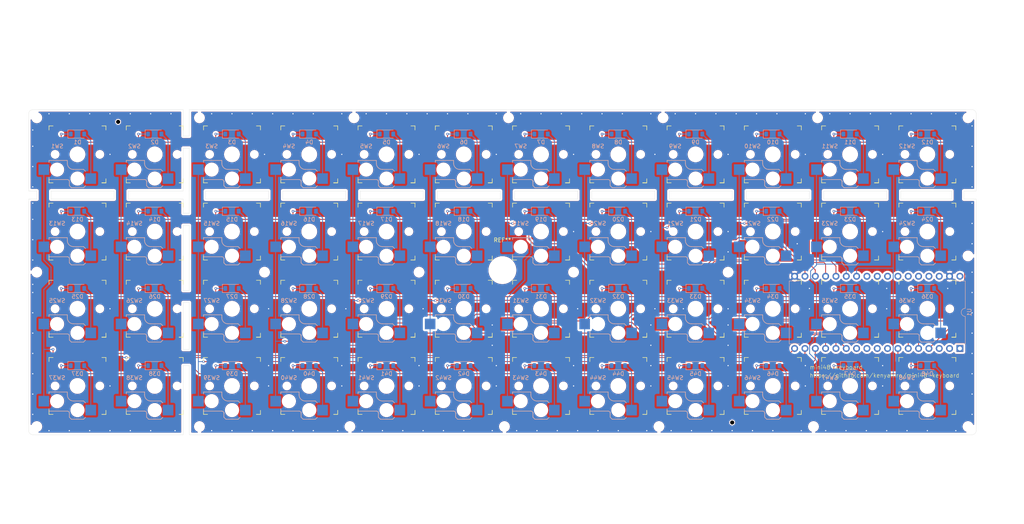
<source format=kicad_pcb>
(kicad_pcb (version 20240108) (generator "pcbnew") (generator_version "8.0")
  (layers (0 "F.Cu" signal) (31 "B.Cu" signal) (34 "B.Paste" user) (35 "F.Paste" user) (36 "B.SilkS" user "B.Silkscreen") (37 "F.SilkS" user "F.Silkscreen") (38 "B.Mask" user) (39 "F.Mask" user) (44 "Edge.Cuts" user))
  (net 0 "")
  (net 1 "/ROW0")
  (net 2 "Net-(D1-A)")
  (net 3 "Net-(D2-A)")
  (net 4 "Net-(D3-A)")
  (net 5 "Net-(D4-A)")
  (net 6 "Net-(D5-A)")
  (net 7 "Net-(D6-A)")
  (net 8 "Net-(D7-A)")
  (net 9 "Net-(D8-A)")
  (net 10 "Net-(D9-A)")
  (net 11 "Net-(D10-A)")
  (net 12 "Net-(D11-A)")
  (net 13 "Net-(D12-A)")
  (net 14 "/ROW1")
  (net 15 "Net-(D13-A)")
  (net 16 "Net-(D14-A)")
  (net 17 "Net-(D15-A)")
  (net 18 "Net-(D16-A)")
  (net 19 "Net-(D17-A)")
  (net 20 "Net-(D18-A)")
  (net 21 "Net-(D19-A)")
  (net 22 "Net-(D20-A)")
  (net 23 "Net-(D21-A)")
  (net 24 "Net-(D22-A)")
  (net 25 "Net-(D23-A)")
  (net 26 "Net-(D24-A)")
  (net 27 "Net-(D25-A)")
  (net 28 "/ROW2")
  (net 29 "Net-(D26-A)")
  (net 30 "Net-(D27-A)")
  (net 31 "Net-(D28-A)")
  (net 32 "Net-(D29-A)")
  (net 33 "Net-(D30-A)")
  (net 34 "Net-(D31-A)")
  (net 35 "Net-(D32-A)")
  (net 36 "Net-(D33-A)")
  (net 37 "Net-(D34-A)")
  (net 38 "Net-(D35-A)")
  (net 39 "Net-(D36-A)")
  (net 40 "Net-(D37-A)")
  (net 41 "/ROW3")
  (net 42 "Net-(D38-A)")
  (net 43 "Net-(D39-A)")
  (net 44 "Net-(D40-A)")
  (net 45 "Net-(D41-A)")
  (net 46 "Net-(D42-A)")
  (net 47 "Net-(D43-A)")
  (net 48 "Net-(D44-A)")
  (net 49 "Net-(D45-A)")
  (net 50 "Net-(D46-A)")
  (net 51 "Net-(D47-A)")
  (net 52 "Net-(D48-A)")
  (net 53 "/COL0")
  (net 54 "/COL1")
  (net 55 "/COL2")
  (net 56 "/COL3")
  (net 57 "/COL4")
  (net 58 "/COL5")
  (net 59 "/COL6")
  (net 60 "/COL7")
  (net 61 "/COL8")
  (net 62 "/COL9")
  (net 63 "/COL10")
  (net 64 "/COL11")
  (net 65 "+3.3V")
  (net 79 "GND")
  (footprint "MountingHole:MountingHole_2.2mm_M2" (layer "F.Cu") (at 171 93)
    (property "Reference" "REF**" (hide yes))
    (property "Value" "MountingHole_2.2mm_M2" (hide yes))
  )
  (footprint "my_keyswitch:my_Kailh_socket_PG1350" (layer "F.Cu") (at 201 83)
    (property "Reference" "SW21")
    (property "Value" "SW_Push")
  )
  (footprint "my_keyswitch:my_Kailh_socket_PG1350" (layer "F.Cu") (at 144 121)
    (property "Reference" "SW42")
    (property "Value" "SW_Push")
  )
  (footprint "my_keyswitch:my_Kailh_socket_PG1350" (layer "F.Cu") (at 239 121)
    (property "Reference" "SW47")
    (property "Value" "SW_Push")
  )
  (footprint "my_keyswitch:my_Kailh_socket_PG1350" (layer "F.Cu") (at 106 64)
    (property "Reference" "SW4")
    (property "Value" "SW_Push")
  )
  (footprint "my_keyswitch:my_Kailh_socket_PG1350" (layer "F.Cu") (at 144 64)
    (property "Reference" "SW6")
    (property "Value" "SW_Push")
  )
  (footprint "my_keyswitch:my_Kailh_socket_PG1350" (layer "F.Cu") (at 163 64)
    (property "Reference" "SW7")
    (property "Value" "SW_Push")
  )
  (footprint "my_keyswitch:my_Kailh_socket_PG1350" (layer "F.Cu") (at 49 64)
    (property "Reference" "SW1")
    (property "Value" "SW_Push")
  )
  (footprint "my_keyswitch:my_Kailh_socket_PG1350" (layer "F.Cu") (at 87 121)
    (property "Reference" "SW39")
    (property "Value" "SW_Push")
  )
  (footprint "MountingHole:MountingHole_2.2mm_M2" (layer "F.Cu") (at 79 55)
    (property "Reference" "REF**" (hide yes))
    (property "Value" "MountingHole_2.2mm_M2" (hide yes))
  )
  (footprint "MountingHole:MountingHole_2.2mm_M2" (layer "F.Cu") (at 193 55)
    (property "Reference" "REF**" (hide yes))
    (property "Value" "MountingHole_2.2mm_M2" (hide yes))
  )
  (footprint "MountingHole:MountingHole_2.2mm_M2" (layer "F.Cu") (at 39 55)
    (property "Reference" "REF**" (hide yes))
    (property "Value" "MountingHole_2.2mm_M2" (hide yes))
  )
  (footprint "my_keyswitch:my_Kailh_socket_PG1350" (layer "F.Cu") (at 68 121)
    (property "Reference" "SW38")
    (property "Value" "SW_Push")
  )
  (footprint "MountingHole:MountingHole_2.2mm_M2" (layer "F.Cu") (at 268 131)
    (property "Reference" "REF**" (hide yes))
    (property "Value" "MountingHole_2.2mm_M2" (hide yes))
  )
  (footprint "my_keyswitch:my_Kailh_socket_PG1350" (layer "F.Cu") (at 258 64)
    (property "Reference" "SW12")
    (property "Value" "SW_Push")
  )
  (footprint "my_keyswitch:my_Kailh_socket_PG1350" (layer "F.Cu") (at 182 121)
    (property "Reference" "SW44")
    (property "Value" "SW_Push")
  )
  (footprint "MountingHole:MountingHole_2.2mm_M2" (layer "F.Cu") (at 39 93)
    (property "Reference" "REF**" (hide yes))
    (property "Value" "MountingHole_2.2mm_M2" (hide yes))
  )
  (footprint "my_keyswitch:my_Kailh_socket_PG1350" (layer "F.Cu") (at 106 83)
    (property "Reference" "SW16")
    (property "Value" "SW_Push")
  )
  (footprint "my_keyswitch:my_Kailh_socket_PG1350" (layer "F.Cu") (at 106 102)
    (property "Reference" "SW28")
    (property "Value" "SW_Push")
  )
  (footprint "MountingHole:MountingHole_2.2mm_M2" (layer "F.Cu") (at 95 93)
    (property "Reference" "REF**" (hide yes))
    (property "Value" "MountingHole_2.2mm_M2" (hide yes))
  )
  (footprint "my_keyswitch:my_Kailh_socket_PG1350" (layer "F.Cu") (at 163 121)
    (property "Reference" "SW43")
    (property "Value" "SW_Push")
  )
  (footprint "MountingHole:MountingHole_2.2mm_M2" (layer "F.Cu") (at 154 131)
    (property "Reference" "REF**" (hide yes))
    (property "Value" "MountingHole_2.2mm_M2" (hide yes))
  )
  (footprint "my_keyswitch:my_Kailh_socket_PG1350" (layer "F.Cu") (at 220 102)
    (property "Reference" "SW34")
    (property "Value" "SW_Push")
  )
  (footprint "my_keyswitch:my_Kailh_socket_PG1350" (layer "F.Cu") (at 49 121)
    (property "Reference" "SW37")
    (property "Value" "SW_Push")
  )
  (footprint "my_keyswitch:my_Kailh_socket_PG1350" (layer "F.Cu") (at 239 64)
    (property "Reference" "SW11")
    (property "Value" "SW_Push")
  )
  (footprint "my_keyswitch:my_Kailh_socket_PG1350" (layer "F.Cu") (at 125 83)
    (property "Reference" "SW17")
    (property "Value" "SW_Push")
  )
  (footprint "my_keyswitch:my_Kailh_socket_PG1350" (layer "F.Cu") (at 239 83)
    (property "Reference" "SW23")
    (property "Value" "SW_Push")
  )
  (footprint "my_keyswitch:my_Kailh_socket_PG1350" (layer "F.Cu") (at 144 83)
    (property "Reference" "SW18")
    (property "Value" "SW_Push")
  )
  (footprint "my_keyswitch:my_Kailh_socket_PG1350" (layer "F.Cu") (at 87 83)
    (property "Reference" "SW15")
    (property "Value" "SW_Push")
  )
  (footprint "my_keyswitch:my_Kailh_socket_PG1350" (layer "F.Cu") (at 106 121)
    (property "Reference" "SW40")
    (property "Value" "SW_Push")
  )
  (footprint "MountingHole:MountingHole_2.2mm_M2" (layer "F.Cu") (at 192 131)
    (property "Reference" "REF**" (hide yes))
    (property "Value" "MountingHole_2.2mm_M2" (hide yes))
  )
  (footprint "MountingHole:MountingHole_2.2mm_M2" (layer "F.Cu") (at 230 131)
    (property "Reference" "REF**" (hide yes))
    (property "Value" "MountingHole_2.2mm_M2" (hide yes))
  )
  (footprint "my_keyswitch:my_Kailh_socket_PG1350" (layer "F.Cu") (at 68 102)
    (property "Reference" "SW26")
    (property "Value" "SW_Push")
  )
  (footprint "my_keyswitch:my_Kailh_socket_PG1350" (layer "F.Cu") (at 49 83)
    (property "Reference" "SW13")
    (property "Value" "SW_Push")
  )
  (footprint "MountingHole:MountingHole_2.2mm_M2" (layer "F.Cu") (at 155 55)
    (property "Reference" "REF**" (hide yes))
    (property "Value" "MountingHole_2.2mm_M2" (hide yes))
  )
  (footprint "MountingHole:MountingHole_2.2mm_M2" (layer "F.Cu") (at 268 55)
    (property "Reference" "REF**" (hide yes))
    (property "Value" "MountingHole_2.2mm_M2" (hide yes))
  )
  (footprint "MountingHole:MountingHole_2.2mm_M2" (layer "F.Cu") (at 268 89)
    (property "Reference" "REF**" (hide yes))
    (property "Value" "MountingHole_2.2mm_M2" (hide yes))
  )
  (footprint "my_keyswitch:my_Kailh_socket_PG1350" (layer "F.Cu") (at 125 121)
    (property "Reference" "SW41")
    (property "Value" "SW_Push")
  )
  (footprint "my_keyswitch:my_Kailh_socket_PG1350" (layer "F.Cu") (at 87 102)
    (property "Reference" "SW27")
    (property "Value" "SW_Push")
  )
  (footprint "MountingHole:MountingHole_2.2mm_M2" (layer "F.Cu") (at 231 55)
    (property "Reference" "REF**" (hide yes))
    (property "Value" "MountingHole_2.2mm_M2" (hide yes))
  )
  (footprint "my_keyswitch:my_Kailh_socket_PG1350" (layer "F.Cu") (at 220 83)
    (property "Reference" "SW22")
    (property "Value" "SW_Push")
  )
  (footprint "MountingHole:MountingHole_2.2mm_M2" (layer "F.Cu") (at 209 93)
    (property "Reference" "REF**" (hide yes))
    (property "Value" "MountingHole_2.2mm_M2" (hide yes))
  )
  (footprint "my_keyswitch:my_Kailh_socket_PG1350" (layer "F.Cu") (at 125 102)
    (property "Reference" "SW29")
    (property "Value" "SW_Push")
  )
  (footprint "my_keyswitch:my_Kailh_socket_PG1350" (layer "F.Cu") (at 182 83)
    (property "Reference" "SW20")
    (property "Value" "SW_Push")
  )
  (footprint "my_keyswitch:my_Kailh_socket_PG1350" (layer "F.Cu") (at 87 64)
    (property "Reference" "SW3")
    (property "Value" "SW_Push")
  )
  (footprint "my_keyswitch:my_Kailh_socket_PG1350" (layer "F.Cu") (at 220 121)
    (property "Reference" "SW46")
    (property "Value" "SW_Push")
  )
  (footprint "my_keyswitch:my_Kailh_socket_PG1350" (layer "F.Cu") (at 144 102)
    (property "Reference" "SW30")
    (property "Value" "SW_Push")
  )
  (footprint "MountingHole:MountingHole_2.2mm_M2" (layer "F.Cu") (at 39 131)
    (property "Reference" "REF**" (hide yes))
    (property "Value" "MountingHole_2.2mm_M2" (hide yes))
  )
  (footprint "my_keyswitch:my_Kailh_socket_PG1350" (layer "F.Cu") (at 201 102)
    (property "Reference" "SW33")
    (property "Value" "SW_Push")
  )
  (footprint "MountingHole:MountingHole_2.2mm_M2" (layer "F.Cu") (at 117 55)
    (property "Reference" "REF**" (hide yes))
    (property "Value" "MountingHole_2.2mm_M2" (hide yes))
  )
  (footprint "my_keyswitch:my_Kailh_socket_PG1350" (layer "F.Cu") (at 125 64)
    (property "Reference" "SW5")
    (property "Value" "SW_Push")
  )
  (footprint "my_keyswitch:my_Kailh_socket_PG1350" (layer "F.Cu") (at 68 83)
    (property "Reference" "SW14")
    (property "Value" "SW_Push")
  )
  (footprint "my_keyswitch:my_Kailh_socket_PG1350" (layer "F.Cu") (at 239 102)
    (property "Reference" "SW35")
    (property "Value" "SW_Push")
  )
  (footprint "my_keyswitch:my_Kailh_socket_PG1350" (layer "F.Cu") (at 49 102)
    (property "Reference" "SW25")
    (property "Value" "SW_Push")
  )
  (footprint "my_keyswitch:my_Kailh_socket_PG1350" (layer "F.Cu") (at 258 102)
    (property "Reference" "SW36")
    (property "Value" "SW_Push")
  )
  (footprint "MountingHole:MountingHole_2.2mm_M2" (layer "F.Cu") (at 133 93)
    (property "Reference" "REF**" (hide yes))
    (property "Value" "MountingHole_2.2mm_M2" (hide yes))
  )
  (footprint "my_keyswitch:my_Kailh_socket_PG1350" (layer "F.Cu") (at 163 83)
    (property "Reference" "SW19")
    (property "Value" "SW_Push")
  )
  (footprint "my_keyswitch:my_Kailh_socket_PG1350" (layer "F.Cu") (at 182 64)
    (property "Reference" "SW8")
    (property "Value" "SW_Push")
  )
  (footprint "MountingHole:MountingHole_6.4mm_M6" (layer "F.Cu") (at 153.5 92.5)
    (property "Reference" "REF**")
    (property "Value" "MountingHole_6.4mm_M6")
  )
  (footprint "my_keyswitch:my_Kailh_socket_PG1350" (layer "F.Cu") (at 182 102)
    (property "Reference" "SW32")
    (property "Value" "SW_Push")
  )
  (footprint "my_keyswitch:my_Kailh_socket_PG1350" (layer "F.Cu") (at 201 64)
    (property "Reference" "SW9")
    (property "Value" "SW_Push")
  )
  (footprint "my_keyswitch:my_Kailh_socket_PG1350" (layer "F.Cu") (at 258 83)
    (property "Reference" "SW24")
    (property "Value" "SW_Push")
  )
  (footprint "my_keyswitch:my_Kailh_socket_PG1350" (layer "F.Cu") (at 163 102)
    (property "Reference" "SW31")
    (property "Value" "SW_Push")
  )
  (footprint "MountingHole:MountingHole_2.2mm_M2" (layer "F.Cu") (at 79 131)
    (property "Reference" "REF**" (hide yes))
    (property "Value" "MountingHole_2.2mm_M2" (hide yes))
  )
  (footprint "MountingHole:MountingHole_2.2mm_M2" (layer "F.Cu") (at 116 131)
    (property "Reference" "REF**" (hide yes))
    (property "Value" "MountingHole_2.2mm_M2" (hide yes))
  )
  (footprint "my_keyswitch:my_Kailh_socket_PG1350" (layer "F.Cu") (at 68 64)
    (property "Reference" "SW2")
    (property "Value" "SW_Push")
  )
  (footprint "my_keyswitch:my_Kailh_socket_PG1350" (layer "F.Cu") (at 220 64)
    (property "Reference" "SW10")
    (property "Value" "SW_Push")
  )
  (footprint "my_keyswitch:my_Kailh_socket_PG1350" (layer "F.Cu") (at 258 121)
    (property "Reference" "SW48")
    (property "Value" "SW_Push")
  )
  (footprint "my_keyswitch:my_Kailh_socket_PG1350" (layer "F.Cu") (at 201 121)
    (property "Reference" "SW45")
    (property "Value" "SW_Push")
  )
  (footprint "Diode_SMD:D_SOD-123" (layer "B.Cu") (at 201 116)
    (property "Reference" "D45")
    (property "Value" "1N4148W")
  )
  (footprint "Diode_SMD:D_SOD-123" (layer "B.Cu") (at 182 59)
    (property "Reference" "D8")
    (property "Value" "1N4148W")
  )
  (footprint "Diode_SMD:D_SOD-123" (layer "B.Cu") (at 68 59)
    (property "Reference" "D2")
    (property "Value" "1N4148W")
  )
  (footprint "Diode_SMD:D_SOD-123" (layer "B.Cu") (at 106 78)
    (property "Reference" "D16")
    (property "Value" "1N4148W")
  )
  (footprint "my_keyswitch:hole1mm" (layer "B.Cu") (at 59 56 180)
    (property "Reference" "REF**" (hide yes))
    (property "Value" "hole1mm" (hide yes))
  )
  (footprint "Diode_SMD:D_SOD-123" (layer "B.Cu") (at 220 59)
    (property "Reference" "D10")
    (property "Value" "1N4148W")
  )
  (footprint "Diode_SMD:D_SOD-123" (layer "B.Cu") (at 49 59)
    (property "Reference" "D1")
    (property "Value" "1N4148W")
  )
  (footprint "Diode_SMD:D_SOD-123" (layer "B.Cu") (at 258 116)
    (property "Reference" "D48")
    (property "Value" "1N4148W")
  )
  (footprint "Diode_SMD:D_SOD-123" (layer "B.Cu") (at 49 116)
    (property "Reference" "D37")
    (property "Value" "1N4148W")
  )
  (footprint "Diode_SMD:D_SOD-123" (layer "B.Cu") (at 144 97)
    (property "Reference" "D30")
    (property "Value" "1N4148W")
  )
  (footprint "Diode_SMD:D_SOD-123" (layer "B.Cu") (at 68 78)
    (property "Reference" "D14")
    (property "Value" "1N4148W")
  )
  (footprint "Diode_SMD:D_SOD-123" (layer "B.Cu") (at 201 97)
    (property "Reference" "D33")
    (property "Value" "1N4148W")
  )
  (footprint "Diode_SMD:D_SOD-123" (layer "B.Cu") (at 239 97)
    (property "Reference" "D35")
    (property "Value" "1N4148W")
  )
  (footprint "Diode_SMD:D_SOD-123" (layer "B.Cu") (at 258 78)
    (property "Reference" "D24")
    (property "Value" "1N4148W")
  )
  (footprint "Diode_SMD:D_SOD-123" (layer "B.Cu") (at 87 78)
    (property "Reference" "D15")
    (property "Value" "1N4148W")
  )
  (footprint "Diode_SMD:D_SOD-123" (layer "B.Cu") (at 163 59)
    (property "Reference" "D7")
    (property "Value" "1N4148W")
  )
  (footprint "Diode_SMD:D_SOD-123" (layer "B.Cu") (at 239 116)
    (property "Reference" "D47")
    (property "Value" "1N4148W")
  )
  (footprint "Diode_SMD:D_SOD-123" (layer "B.Cu") (at 144 59)
    (property "Reference" "D6")
    (property "Value" "1N4148W")
  )
  (footprint "Diode_SMD:D_SOD-123" (layer "B.Cu") (at 125 78)
    (property "Reference" "D17")
    (property "Value" "1N4148W")
  )
  (footprint "Diode_SMD:D_SOD-123" (layer "B.Cu") (at 182 78)
    (property "Reference" "D20")
    (property "Value" "1N4148W")
  )
  (footprint "Diode_SMD:D_SOD-123" (layer "B.Cu") (at 258 59)
    (property "Reference" "D12")
    (property "Value" "1N4148W")
  )
  (footprint "Diode_SMD:D_SOD-123" (layer "B.Cu") (at 239 78)
    (property "Reference" "D23")
    (property "Value" "1N4148W")
  )
  (footprint "Diode_SMD:D_SOD-123" (layer "B.Cu") (at 239 59)
    (property "Reference" "D11")
    (property "Value" "1N4148W")
  )
  (footprint "Diode_SMD:D_SOD-123" (layer "B.Cu") (at 182 97)
    (property "Reference" "D32")
    (property "Value" "1N4148W")
  )
  (footprint "Diode_SMD:D_SOD-123" (layer "B.Cu") (at 220 78)
    (property "Reference" "D22")
    (property "Value" "1N4148W")
  )
  (footprint "Diode_SMD:D_SOD-123" (layer "B.Cu") (at 49 97)
    (property "Reference" "D25")
    (property "Value" "1N4148W")
  )
  (footprint "Diode_SMD:D_SOD-123" (layer "B.Cu") (at 144 78)
    (property "Reference" "D18")
    (property "Value" "1N4148W")
  )
  (footprint "Diode_SMD:D_SOD-123" (layer "B.Cu") (at 220 97)
    (property "Reference" "D34")
    (property "Value" "1N4148W")
  )
  (footprint "Diode_SMD:D_SOD-123" (layer "B.Cu") (at 106 116)
    (property "Reference" "D40")
    (property "Value" "1N4148W")
  )
  (footprint "Diode_SMD:D_SOD-123" (layer "B.Cu") (at 106 59)
    (property "Reference" "D4")
    (property "Value" "1N4148W")
  )
  (footprint "Diode_SMD:D_SOD-123" (layer "B.Cu") (at 182 116)
    (property "Reference" "D44")
    (property "Value" "1N4148W")
  )
  (footprint "ae-rp2040:AE-RP2040" (layer "B.Cu") (at 266 111.78 90)
    (property "Reference" "U1")
    (property "Value" "~")
  )
  (footprint "Diode_SMD:D_SOD-123" (layer "B.Cu") (at 87 59)
    (property "Reference" "D3")
    (property "Value" "1N4148W")
  )
  (footprint "Diode_SMD:D_SOD-123" (layer "B.Cu") (at 87 116)
    (property "Reference" "D39")
    (property "Value" "1N4148W")
  )
  (footprint "Diode_SMD:D_SOD-123" (layer "B.Cu") (at 68 116)
    (property "Reference" "D38")
    (property "Value" "1N4148W")
  )
  (footprint "Diode_SMD:D_SOD-123" (layer "B.Cu") (at 125 116)
    (property "Reference" "D41")
    (property "Value" "1N4148W")
  )
  (footprint "Diode_SMD:D_SOD-123" (layer "B.Cu") (at 201 59)
    (property "Reference" "D9")
    (property "Value" "1N4148W")
  )
  (footprint "Diode_SMD:D_SOD-123" (layer "B.Cu") (at 49 78)
    (property "Reference" "D13")
    (property "Value" "1N4148W")
  )
  (footprint "Diode_SMD:D_SOD-123" (layer "B.Cu") (at 125 59)
    (property "Reference" "D5")
    (property "Value" "1N4148W")
  )
  (footprint "Diode_SMD:D_SOD-123" (layer "B.Cu") (at 106 97)
    (property "Reference" "D28")
    (property "Value" "1N4148W")
  )
  (footprint "Diode_SMD:D_SOD-123" (layer "B.Cu") (at 163 78)
    (property "Reference" "D19")
    (property "Value" "1N4148W")
  )
  (footprint "Diode_SMD:D_SOD-123" (layer "B.Cu") (at 163 116)
    (property "Reference" "D43")
    (property "Value" "1N4148W")
  )
  (footprint "Diode_SMD:D_SOD-123" (layer "B.Cu") (at 220 116)
    (property "Reference" "D46")
    (property "Value" "1N4148W")
  )
  (footprint "Diode_SMD:D_SOD-123" (layer "B.Cu") (at 125 97)
    (property "Reference" "D29")
    (property "Value" "1N4148W")
  )
  (footprint "Diode_SMD:D_SOD-123" (layer "B.Cu") (at 68 97)
    (property "Reference" "D26")
    (property "Value" "1N4148W")
  )
  (footprint "Diode_SMD:D_SOD-123" (layer "B.Cu") (at 87 97)
    (property "Reference" "D27")
    (property "Value" "1N4148W")
  )
  (footprint "Diode_SMD:D_SOD-123" (layer "B.Cu") (at 201 78)
    (property "Reference" "D21")
    (property "Value" "1N4148W")
  )
  (footprint "Diode_SMD:D_SOD-123" (layer "B.Cu") (at 163 97)
    (property "Reference" "D31")
    (property "Value" "1N4148W")
  )
  (footprint "Diode_SMD:D_SOD-123" (layer "B.Cu") (at 258 97)
    (property "Reference" "D36")
    (property "Value" "1N4148W")
  )
  (footprint "Diode_SMD:D_SOD-123" (layer "B.Cu") (at 144 116)
    (property "Reference" "D42")
    (property "Value" "1N4148W")
  )
  (footprint "my_keyswitch:hole1mm" (layer "B.Cu") (at 210 130 180)
    (property "Reference" "REF**" (hide yes))
    (property "Value" "hole1mm" (hide yes))
  )
  (gr_line (start 76.5 100.5) (end 76.5 112) (stroke (width 0.05)) (layer "Edge.Cuts"))
  (gr_line (start 76.5 116) (end 76.5 133) (stroke (width 0.05)) (layer "Edge.Cuts"))
  (gr_line (start 194.5 73) (end 194.5 75) (stroke (width 0.05)) (layer "Edge.Cuts"))
  (gr_line (start 172 73) (end 156.5 73) (stroke (width 0.05)) (layer "Edge.Cuts"))
  (gr_line (start 191 75) (end 191 73) (stroke (width 0.05)) (layer "Edge.Cuts"))
  (gr_line (start 269 133) (end 76.5 133) (stroke (width 0.05)) (layer "Edge.Cuts"))
  (gr_line (start 61.5 73) (end 75 73) (stroke (width 0.05)) (layer "Edge.Cuts"))
  (gr_line (start 229 73) (end 213.5 73) (stroke (width 0.05)) (layer "Edge.Cuts"))
  (gr_line (start 251.5 75) (end 264 75) (stroke (width 0.05)) (layer "Edge.Cuts"))
  (gr_line (start 75 78.5) (end 76.5 78.5) (stroke (width 0.05)) (layer "Edge.Cuts"))
  (gr_line (start 99.5 73) (end 99.5 75) (stroke (width 0.05)) (layer "Edge.Cuts"))
  (gr_line (start 191 73) (end 175.5 73) (stroke (width 0.05)) (layer "Edge.Cuts"))
  (gr_line (start 80.5 75) (end 96 75) (stroke (width 0.05)) (layer "Edge.Cuts"))
  (gr_line (start 115 75) (end 115 73) (stroke (width 0.05)) (layer "Edge.Cuts"))
  (gr_line (start 75 116) (end 76.5 116) (stroke (width 0.05)) (layer "Edge.Cuts"))
  (gr_line (start 213.5 75) (end 229 75) (stroke (width 0.05)) (layer "Edge.Cuts"))
  (gr_line (start 213.5 73) (end 213.5 75) (stroke (width 0.05)) (layer "Edge.Cuts"))
  (gr_line (start 156.5 73) (end 156.5 75) (stroke (width 0.05)) (layer "Edge.Cuts"))
  (gr_line (start 76.5 59.5) (end 76.5 53) (stroke (width 0.05)) (layer "Edge.Cuts"))
  (gr_line (start 75 53) (end 75 59.5) (stroke (width 0.05)) (layer "Edge.Cuts"))
  (gr_line (start 175.5 73) (end 175.5 75) (stroke (width 0.05)) (layer "Edge.Cuts"))
  (gr_line (start 194.5 75) (end 210 75) (stroke (width 0.05)) (layer "Edge.Cuts"))
  (gr_line (start 75 133) (end 75 116) (stroke (width 0.05)) (layer "Edge.Cuts"))
  (gr_line (start 137.5 75) (end 153 75) (stroke (width 0.05)) (layer "Edge.Cuts"))
  (gr_line (start 58 73) (end 42.5 73) (stroke (width 0.05)) (layer "Edge.Cuts"))
  (gr_line (start 75 62.5) (end 76.5 62.5) (stroke (width 0.05)) (layer "Edge.Cuts"))
  (gr_line (start 267 73) (end 270 73) (stroke (width 0.05)) (layer "Edge.Cuts"))
  (gr_line (start 137.5 73) (end 137.5 75) (stroke (width 0.05)) (layer "Edge.Cuts"))
  (gr_line (start 172 75) (end 172 73) (stroke (width 0.05)) (layer "Edge.Cuts"))
  (gr_line (start 39 73) (end 39 75) (stroke (width 0.05)) (layer "Edge.Cuts"))
  (gr_line (start 37 73) (end 39 73) (stroke (width 0.05)) (layer "Edge.Cuts"))
  (gr_line (start 75 75) (end 75 78.5) (stroke (width 0.05)) (layer "Edge.Cuts"))
  (gr_line (start 42.5 75) (end 58 75) (stroke (width 0.05)) (layer "Edge.Cuts"))
  (gr_arc (start 269 53) (mid 269.707107 53.292893) (end 270 54) (stroke (width 0.05)) (layer "Edge.Cuts"))
  (gr_line (start 39 75) (end 37 75) (stroke (width 0.05)) (layer "Edge.Cuts"))
  (gr_line (start 270 75) (end 270 132) (stroke (width 0.05)) (layer "Edge.Cuts"))
  (gr_line (start 251.5 73) (end 251.5 75) (stroke (width 0.05)) (layer "Edge.Cuts"))
  (gr_line (start 270 75) (end 267 75) (stroke (width 0.05)) (layer "Edge.Cuts"))
  (gr_line (start 156.5 75) (end 172 75) (stroke (width 0.05)) (layer "Edge.Cuts"))
  (gr_arc (start 270 132) (mid 269.707107 132.707107) (end 269 133) (stroke (width 0.05)) (layer "Edge.Cuts"))
  (gr_line (start 248 75) (end 248 73) (stroke (width 0.05)) (layer "Edge.Cuts"))
  (gr_line (start 76.5 62.5) (end 76.5 73) (stroke (width 0.05)) (layer "Edge.Cuts"))
  (gr_line (start 76.5 53) (end 269 53) (stroke (width 0.05)) (layer "Edge.Cuts"))
  (gr_line (start 76.5 78.5) (end 76.5 73) (stroke (width 0.05)) (layer "Edge.Cuts"))
  (gr_line (start 75 97.5) (end 75 81.5) (stroke (width 0.05)) (layer "Edge.Cuts"))
  (gr_line (start 264 75) (end 264 73) (stroke (width 0.05)) (layer "Edge.Cuts"))
  (gr_line (start 61.5 75) (end 61.5 73) (stroke (width 0.05)) (layer "Edge.Cuts"))
  (gr_line (start 76.5 81.5) (end 76.5 97.5) (stroke (width 0.05)) (layer "Edge.Cuts"))
  (gr_line (start 229 75) (end 229 73) (stroke (width 0.05)) (layer "Edge.Cuts"))
  (gr_line (start 96 73) (end 80.5 73) (stroke (width 0.05)) (layer "Edge.Cuts"))
  (gr_line (start 75 81.5) (end 76.5 81.5) (stroke (width 0.05)) (layer "Edge.Cuts"))
  (gr_line (start 75 133) (end 38 133) (stroke (width 0.05)) (layer "Edge.Cuts"))
  (gr_line (start 175.5 75) (end 191 75) (stroke (width 0.05)) (layer "Edge.Cuts"))
  (gr_line (start 118.5 73) (end 118.5 75) (stroke (width 0.05)) (layer "Edge.Cuts"))
  (gr_line (start 153 75) (end 153 73) (stroke (width 0.05)) (layer "Edge.Cuts"))
  (gr_line (start 99.5 75) (end 115 75) (stroke (width 0.05)) (layer "Edge.Cuts"))
  (gr_line (start 75 75) (end 61.5 75) (stroke (width 0.05)) (layer "Edge.Cuts"))
  (gr_line (start 42.5 73) (end 42.5 75) (stroke (width 0.05)) (layer "Edge.Cuts"))
  (gr_line (start 76.5 97.5) (end 75 97.5) (stroke (width 0.05)) (layer "Edge.Cuts"))
  (gr_line (start 134 75) (end 134 73) (stroke (width 0.05)) (layer "Edge.Cuts"))
  (gr_line (start 37 73) (end 37 54) (stroke (width 0.05)) (layer "Edge.Cuts"))
  (gr_line (start 37 132) (end 37 75) (stroke (width 0.05)) (layer "Edge.Cuts"))
  (gr_line (start 232.5 73) (end 232.5 75) (stroke (width 0.05)) (layer "Edge.Cuts"))
  (gr_line (start 115 73) (end 99.5 73) (stroke (width 0.05)) (layer "Edge.Cuts"))
  (gr_line (start 134 73) (end 118.5 73) (stroke (width 0.05)) (layer "Edge.Cuts"))
  (gr_line (start 210 73) (end 194.5 73) (stroke (width 0.05)) (layer "Edge.Cuts"))
  (gr_line (start 75 100.5) (end 76.5 100.5) (stroke (width 0.05)) (layer "Edge.Cuts"))
  (gr_line (start 153 73) (end 137.5 73) (stroke (width 0.05)) (layer "Edge.Cuts"))
  (gr_line (start 118.5 75) (end 134 75) (stroke (width 0.05)) (layer "Edge.Cuts"))
  (gr_line (start 76.5 112) (end 75 112) (stroke (width 0.05)) (layer "Edge.Cuts"))
  (gr_line (start 75 59.5) (end 76.5 59.5) (stroke (width 0.05)) (layer "Edge.Cuts"))
  (gr_arc (start 37 54) (mid 37.292893 53.292893) (end 38 53) (stroke (width 0.05)) (layer "Edge.Cuts"))
  (gr_line (start 75 73) (end 75 62.5) (stroke (width 0.05)) (layer "Edge.Cuts"))
  (gr_line (start 270 73) (end 270 54) (stroke (width 0.05)) (layer "Edge.Cuts"))
  (gr_line (start 232.5 75) (end 248 75) (stroke (width 0.05)) (layer "Edge.Cuts"))
  (gr_line (start 210 75) (end 210 73) (stroke (width 0.05)) (layer "Edge.Cuts"))
  (gr_line (start 264 73) (end 251.5 73) (stroke (width 0.05)) (layer "Edge.Cuts"))
  (gr_line (start 267 75) (end 267 73) (stroke (width 0.05)) (layer "Edge.Cuts"))
  (gr_line (start 75 53) (end 38 53) (stroke (width 0.05)) (layer "Edge.Cuts"))
  (gr_line (start 96 75) (end 96 73) (stroke (width 0.05)) (layer "Edge.Cuts"))
  (gr_line (start 75 112) (end 75 100.5) (stroke (width 0.05)) (layer "Edge.Cuts"))
  (gr_line (start 80.5 73) (end 80.5 75) (stroke (width 0.05)) (layer "Edge.Cuts"))
  (gr_line (start 58 75) (end 58 73) (stroke (width 0.05)) (layer "Edge.Cuts"))
  (gr_line (start 248 73) (end 232.5 73) (stroke (width 0.05)) (layer "Edge.Cuts"))
  (gr_arc (start 38 133) (mid 37.292893 132.707107) (end 37 132) (stroke (width 0.05)) (layer "Edge.Cuts"))
  (gr_text "https://github.com/kenyahiro/mini48-keyboard" (at 229 119 0) (layer "F.SilkS") (effects (font (size 1 1) (thickness 0.1)) (justify left bottom)))
  (gr_text "mini48-keyboard" (at 229 117 0) (layer "F.SilkS") (effects (font (size 1 1) (thickness 0.1)) (justify left bottom)))
  (segment (start 197 61) (end 216 61) (width 0.2) (layer "F.Cu") (net 1))
  (segment (start 178 59) (end 178 61) (width 0.2) (layer "F.Cu") (net 1))
  (segment (start 102 59) (end 102 61) (width 0.2) (layer "F.Cu") (net 1))
  (segment (start 267.55 102.61) (end 267.55 91.834314) (width 0.2) (layer "F.Cu") (net 1))
  (segment (start 235 61) (end 254 61) (width 0.2) (layer "F.Cu") (net 1))
  (segment (start 265 61) (end 254 61) (width 0.2) (layer "F.Cu") (net 1))
  (segment (start 121 59) (end 121 61) (width 0.2) (layer "F.Cu") (net 1))
  (segment (start 121 61) (end 140 61) (width 0.2) (layer "F.Cu") (net 1))
  (segment (start 64 61) (end 83 61) (width 0.2) (layer "F.Cu") (net 1))
  (segment (start 258.38 111.78) (end 267.55 102.61) (width 0.2) (layer "F.Cu") (net 1))
  (segment (start 64 59) (end 64 61) (width 0.2) (layer "F.Cu") (net 1))
  (segment (start 265.4 89.684314) (end 265.4 81) (width 0.2) (layer "F.Cu") (net 1))
  (segment (start 216 59) (end 216 61) (width 0.2) (layer "F.Cu") (net 1))
  (segment (start 254 59) (end 254 61) (width 0.2) (layer "F.Cu") (net 1))
  (segment (start 265.4 81) (end 265.6 80.8) (width 0.2) (layer "F.Cu") (net 1))
  (segment (start 197 59) (end 197 61) (width 0.2) (layer "F.Cu") (net 1))
  (segment (start 265.6 61.6) (end 265 61) (width 0.2) (layer "F.Cu") (net 1))
  (segment (start 178 61) (end 197 61) (width 0.2) (layer "F.Cu") (net 1))
  (segment (start 265.6 80.8) (end 265.6 61.6) (width 0.2) (layer "F.Cu") (net 1))
  (segment (start 45 61) (end 64 61) (width 0.2) (layer "F.Cu") (net 1))
  (segment (start 140 61) (end 159 61) (width 0.2) (layer "F.Cu") (net 1))
  (segment (start 216 61) (end 235 61) (width 0.2) (layer "F.Cu") (net 1))
  (segment (start 267.55 91.834314) (end 265.4 89.684314) (width 0.2) (layer "F.Cu") (net 1))
  (segment (start 83 59) (end 83 61) (width 0.2) (layer "F.Cu") (net 1))
  (segment (start 102 61) (end 121 61) (width 0.2) (layer "F.Cu") (net 1))
  (segment (start 159 59) (end 159 61) (width 0.2) (layer "F.Cu") (net 1))
  (segment (start 235 59) (end 235 61) (width 0.2) (layer "F.Cu") (net 1))
  (segment (start 159 61) (end 178 61) (width 0.2) (layer "F.Cu") (net 1))
  (segment (start 140 59) (end 140 61) (width 0.2) (layer "F.Cu") (net 1))
  (segment (start 83 61) (end 102 61) (width 0.2) (layer "F.Cu") (net 1))
  (segment (start 45 59) (end 45 61) (width 0.2) (layer "F.Cu") (net 1))
  (via (at 254 59) (size 0.6) (drill 0.3) (layers "F.Cu" "B.Cu") (net 1))
  (via (at 102 59) (size 0.6) (drill 0.3) (layers "F.Cu" "B.Cu") (net 1))
  (via (at 121 59) (size 0.6) (drill 0.3) (layers "F.Cu" "B.Cu") (net 1))
  (via (at 178 59) (size 0.6) (drill 0.3) (layers "F.Cu" "B.Cu") (net 1))
  (via (at 140 59) (size 0.6) (drill 0.3) (layers "F.Cu" "B.Cu") (net 1))
  (via (at 216 59) (size 0.6) (drill 0.3) (layers "F.Cu" "B.Cu") (net 1))
  (via (at 45 59) (size 0.6) (drill 0.3) (layers "F.Cu" "B.Cu") (net 1))
  (via (at 64 59) (size 0.6) (drill 0.3) (layers "F.Cu" "B.Cu") (net 1))
  (via (at 197 59) (size 0.6) (drill 0.3) (layers "F.Cu" "B.Cu") (net 1))
  (via (at 159 59) (size 0.6) (drill 0.3) (layers "F.Cu" "B.Cu") (net 1))
  (via (at 83 59) (size 0.6) (drill 0.3) (layers "F.Cu" "B.Cu") (net 1))
  (via (at 235 59) (size 0.6) (drill 0.3) (layers "F.Cu" "B.Cu") (net 1))
  (segment (start 104.35 59) (end 102 59) (width 0.2) (layer "B.Cu") (net 1))
  (segment (start 123.35 59) (end 121 59) (width 0.2) (layer "B.Cu") (net 1))
  (segment (start 142.35 59) (end 140 59) (width 0.2) (layer "B.Cu") (net 1))
  (segment (start 180.35 59) (end 178 59) (width 0.2) (layer "B.Cu") (net 1))
  (segment (start 161.35 59) (end 159 59) (width 0.2) (layer "B.Cu") (net 1))
  (segment (start 256.35 59) (end 254 59) (width 0.2) (layer "B.Cu") (net 1))
  (segment (start 199.35 59) (end 197 59) (width 0.2) (layer "B.Cu") (net 1))
  (segment (start 218.35 59) (end 216 59) (width 0.2) (layer "B.Cu") (net 1))
  (segment (start 85.35 59) (end 83 59) (width 0.2) (layer "B.Cu") (net 1))
  (segment (start 66.35 59) (end 64 59) (width 0.2) (layer "B.Cu") (net 1))
  (segment (start 237.35 59) (end 235 59) (width 0.2) (layer "B.Cu") (net 1))
  (segment (start 47.35 59) (end 45 59) (width 0.2) (layer "B.Cu") (net 1))
  (segment (start 52.275 60.625) (end 52.275 69.95) (width 0.2) (layer "B.Cu") (net 2))
  (segment (start 50.65 59) (end 52.275 60.625) (width 0.2) (layer "B.Cu") (net 2))
  (segment (start 71.275 60.625) (end 71.275 69.95) (width 0.2) (layer "B.Cu") (net 3))
  (segment (start 69.65 59) (end 71.275 60.625) (width 0.2) (layer "B.Cu") (net 3))
  (segment (start 90.275 60.625) (end 90.275 69.95) (width 0.2) (layer "B.Cu") (net 4))
  (segment (start 88.65 59) (end 90.275 60.625) (width 0.2) (layer "B.Cu") (net 4))
  (segment (start 109.275 60.625) (end 109.275 69.95) (width 0.2) (layer "B.Cu") (net 5))
  (segment (start 107.65 59) (end 109.275 60.625) (width 0.2) (layer "B.Cu") (net 5))
  (segment (start 128.275 60.625) (end 128.275 69.95) (width 0.2) (layer "B.Cu") (net 6))
  (segment (start 126.65 59) (end 128.275 60.625) (width 0.2) (layer "B.Cu") (net 6))
  (segment (start 145.65 59) (end 147.275 60.625) (width 0.2) (layer "B.Cu") (net 7))
  (segment (start 147.275 60.625) (end 147.275 69.95) (width 0.2) (layer "B.Cu") (net 7))
  (segment (start 164.65 59) (end 166.275 60.625) (width 0.2) (layer "B.Cu") (net 8))
  (segment (start 166.275 60.625) (end 166.275 69.95) (width 0.2) (layer "B.Cu") (net 8))
  (segment (start 183.65 59) (end 185.275 60.625) (width 0.2) (layer "B.Cu") (net 9))
  (segment (start 185.275 60.625) (end 185.275 69.95) (width 0.2) (layer "B.Cu") (net 9))
  (segment (start 202.65 59) (end 204.275 60.625) (width 0.2) (layer "B.Cu") (net 10))
  (segment (start 204.275 60.625) (end 204.275 69.95) (width 0.2) (layer "B.Cu") (net 10))
  (segment (start 221.65 59) (end 223.275 60.625) (width 0.2) (layer "B.Cu") (net 11))
  (segment (start 223.275 60.625) (end 223.275 69.95) (width 0.2) (layer "B.Cu") (net 11))
  (segment (start 242.275 60.625) (end 242.275 69.95) (width 0.2) (layer "B.Cu") (net 12))
  (segment (start 240.65 59) (end 242.275 60.625) (width 0.2) (layer "B.Cu") (net 12))
  (segment (start 259.65 59) (end 261.275 60.625) (width 0.2) (layer "B.Cu") (net 13))
  (segment (start 261.275 60.625) (end 261.275 69.95) (width 0.2) (layer "B.Cu") (net 13))
  (segment (start 159 78) (end 159 80) (width 0.2) (layer "F.Cu") (net 14))
  (segment (start 197 80) (end 216 80) (width 0.2) (layer "F.Cu") (net 14))
  (segment (start 83 80) (end 102 80) (width 0.2) (layer "F.Cu") (net 14))
  (segment (start 264 80) (end 254 80) (width 0.2) (layer "F.Cu") (net 14))
  (segment (start 216 78) (end 216 80) (width 0.2) (layer "F.Cu") (net 14))
  (segment (start 159 80) (end 178 80) (width 0.2) (layer "F.Cu") (net 14))
  (segment (start 235 80) (end 254 80) (width 0.2) (layer "F.Cu") (net 14))
  (segment (start 254 78) (end 254 80) (width 0.2) (layer "F.Cu") (net 14))
  (segment (start 121 78) (end 121 80) (width 0.2) (layer "F.Cu") (net 14))
  (segment (start 257 105) (end 263.15 105) (width 0.2) (layer "F.Cu") (net 14))
  (segment (start 255.84 111.78) (end 255.84 106.16) (width 0.2) (layer "F.Cu") (net 14))
  (segment (start 140 78) (end 140 80) (width 0.2) (layer "F.Cu") (net 14))
  (segment (start 267.15 101) (end 267.15 92) (width 0.2) (layer "F.Cu") (net 14))
  (segment (start 216 80) (end 235 80) (width 0.2) (layer "F.Cu") (net 14))
  (segment (start 197 78) (end 197 80) (width 0.2) (layer "F.Cu") (net 14))
  (segment (start 45 80) (end 64 80) (width 0.2) (layer "F.Cu") (net 14))
  (segment (start 255.84 106.16) (end 257 105) (width 0.2) (layer "F.Cu") (net 14))
  (segment (start 263.15 105) (end 267.15 101) (width 0.2) (layer "F.Cu") (net 14))
  (segment (start 45 78) (end 45 80) (width 0.2) (layer "F.Cu") (net 14))
  (segment (start 178 80) (end 197 80) (width 0.2) (layer "F.Cu") (net 14))
  (segment (start 265 81) (end 264 80) (width 0.2) (layer "F.Cu") (net 14))
  (segment (start 140 80) (end 159 80) (width 0.2) (layer "F.Cu") (net 14))
  (segment (start 235 78) (end 235 80) (width 0.2) (layer "F.Cu") (net 14))
  (segment (start 267.15 92) (end 265 89.85) (width 0.2) (layer "F.Cu") (net 14))
  (segment (start 178 78) (end 178 80) (width 0.2) (layer "F.Cu") (net 14))
  (segment (start 83 78) (end 83 80) (width 0.2) (layer "F.Cu") (net 14))
  (segment (start 64 80) (end 83 80) (width 0.2) (layer "F.Cu") (net 14))
  (segment (start 102 78) (end 102 80) (width 0.2) (layer "F.Cu") (net 14))
  (segment (start 64 78) (end 64 80) (width 0.2) (layer "F.Cu") (net 14))
  (segment (start 265 89.85) (end 265 81) (width 0.2) (layer "F.Cu") (net 14))
  (segment (start 121 80) (end 140 80) (width 0.2) (layer "F.Cu") (net 14))
  (segment (start 102 80) (end 121 80) (width 0.2) (layer "F.Cu") (net 14))
  (via (at 216 78) (size 0.6) (drill 0.3) (layers "F.Cu" "B.Cu") (net 14))
  (via (at 83 78) (size 0.6) (drill 0.3) (layers "F.Cu" "B.Cu") (net 14))
  (via (at 254 78) (size 0.6) (drill 0.3) (layers "F.Cu" "B.Cu") (net 14))
  (via (at 64 78) (size 0.6) (drill 0.3) (layers "F.Cu" "B.Cu") (net 14))
  (via (at 140 78) (size 0.6) (drill 0.3) (layers "F.Cu" "B.Cu") (net 14))
  (via (at 45 78) (size 0.6) (drill 0.3) (layers "F.Cu" "B.Cu") (net 14))
  (via (at 121 78) (size 0.6) (drill 0.3) (layers "F.Cu" "B.Cu") (net 14))
  (via (at 102 78) (size 0.6) (drill 0.3) (layers "F.Cu" "B.Cu") (net 14))
  (via (at 159 78) (size 0.6) (drill 0.3) (layers "F.Cu" "B.Cu") (net 14))
  (via (at 197 78) (size 0.6) (drill 0.3) (layers "F.Cu" "B.Cu") (net 14))
  (via (at 235 78) (size 0.6) (drill 0.3) (layers "F.Cu" "B.Cu") (net 14))
  (via (at 178 78) (size 0.6) (drill 0.3) (layers "F.Cu" "B.Cu") (net 14))
  (segment (start 199.35 78) (end 197 78) (width 0.2) (layer "B.Cu") (net 14))
  (segment (start 218.35 78) (end 216 78) (width 0.2) (layer "B.Cu") (net 14))
  (segment (start 256.35 78) (end 254 78) (width 0.2) (layer "B.Cu") (net 14))
  (segment (start 85.35 78) (end 83 78) (width 0.2) (layer "B.Cu") (net 14))
  (segment (start 161.35 78) (end 159 78) (width 0.2) (layer "B.Cu") (net 14))
  (segment (start 104.35 78) (end 102 78) (width 0.2) (layer "B.Cu") (net 14))
  (segment (start 123.35 78) (end 121 78) (width 0.2) (layer "B.Cu") (net 14))
  (segment (start 180.35 78) (end 178 78) (width 0.2) (layer "B.Cu") (net 14))
  (segment (start 237.35 78) (end 235 78) (width 0.2) (layer "B.Cu") (net 14))
  (segment (start 142.35 78) (end 140 78) (width 0.2) (layer "B.Cu") (net 14))
  (segment (start 66.35 78) (end 64 78) (width 0.2) (layer "B.Cu") (net 14))
  (segment (start 47.35 78) (end 45 78) (width 0.2) (layer "B.Cu") (net 14))
  (segment (start 50.65 78) (end 52.275 79.625) (width 0.2) (layer "B.Cu") (net 15))
  (segment (start 52.275 79.625) (end 52.275 88.95) (width 0.2) (layer "B.Cu") (net 15))
  (segment (start 69.65 78) (end 71.275 79.625) (width 0.2) (layer "B.Cu") (net 16))
  (segment (start 71.275 79.625) (end 71.275 88.95) (width 0.2) (layer "B.Cu") (net 16))
  (segment (start 90.275 79.625) (end 90.275 88.95) (width 0.2) (layer "B.Cu") (net 17))
  (segment (start 88.65 78) (end 90.275 79.625) (width 0.2) (layer "B.Cu") (net 17))
  (segment (start 107.65 78) (end 109.275 79.625) (width 0.2) (layer "B.Cu") (net 18))
  (segment (start 109.275 79.625) (end 109.275 88.95) (width 0.2) (layer "B.Cu") (net 18))
  (segment (start 128.275 79.625) (end 128.275 88.95) (width 0.2) (layer "B.Cu") (net 19))
  (segment (start 126.65 78) (end 128.275 79.625) (width 0.2) (layer "B.Cu") (net 19))
  (segment (start 145.65 78) (end 147.275 79.625) (width 0.2) (layer "B.Cu") (net 20))
  (segment (start 147.275 79.625) (end 147.275 88.95) (width 0.2) (layer "B.Cu") (net 20))
  (segment (start 166.275 79.625) (end 166.275 88.95) (width 0.2) (layer "B.Cu") (net 21))
  (segment (start 164.65 78) (end 166.275 79.625) (width 0.2) (layer "B.Cu") (net 21))
  (segment (start 183.65 78) (end 185.275 79.625) (width 0.2) (layer "B.Cu") (net 22))
  (segment (start 185.275 79.625) (end 185.275 88.95) (width 0.2) (layer "B.Cu") (net 22))
  (segment (start 202.65 78) (end 204.275 79.625) (width 0.2) (layer "B.Cu") (net 23))
  (segment (start 204.275 79.625) (end 204.275 88.95) (width 0.2) (layer "B.Cu") (net 23))
  (segment (start 221.65 78) (end 223.275 79.625) (width 0.2) (layer "B.Cu") (net 24))
  (segment (start 223.275 79.625) (end 223.275 88.95) (width 0.2) (layer "B.Cu") (net 24))
  (segment (start 242.275 79.625) (end 242.275 88.95) (width 0.2) (layer "B.Cu") (net 25))
  (segment (start 240.65 78) (end 242.275 79.625) (width 0.2) (layer "B.Cu") (net 25))
  (segment (start 259.65 78) (end 261.275 79.625) (width 0.2) (layer "B.Cu") (net 26))
  (segment (start 261.275 79.625) (end 261.275 88.95) (width 0.2) (layer "B.Cu") (net 26))
  (segment (start 50.65 97) (end 52.275 98.625) (width 0.2) (layer "B.Cu") (net 27))
  (segment (start 52.275 98.625) (end 52.275 107.95) (width 0.2) (layer "B.Cu") (net 27))
  (segment (start 159 99) (end 178 99) (width 0.2) (layer "F.Cu") (net 28))
  (segment (start 216 97) (end 216 99) (width 0.2) (layer "F.Cu") (net 28))
  (segment (start 235 97) (end 235 99) (width 0.2) (layer "F.Cu") (net 28))
  (segment (start 255 99) (end 254 99) (width 0.2) (layer "F.Cu") (net 28))
  (segment (start 64 97) (end 64 99) (width 0.2) (layer "F.Cu") (net 28))
  (segment (start 197 97) (end 197 99) (width 0.2) (layer "F.Cu") (net 28))
  (segment (start 159 97) (end 159 99) (width 0.2) (layer "F.Cu") (net 28))
  (segment (start 140 97) (end 140 99) (width 0.2) (layer "F.Cu") (net 28))
  (segment (start 83 97) (end 83 99) (width 0.2) (layer "F.Cu") (net 28))
  (segment (start 45 97) (end 45 99) (width 0.2) (layer "F.Cu") (net 28))
  (segment (start 197 99) (end 216 99) (width 0.2) (layer "F.Cu") (net 28))
  (segment (start 140 99) (end 159 99) (width 0.2) (layer "F.Cu") (net 28))
  (segment (start 178 99) (end 197 99) (width 0.2) (layer "F.Cu") (net 28))
  (segment (start 102 97) (end 102 99) (width 0.2) (layer "F.Cu") (net 28))
  (segment (start 45 99) (end 64 99) (width 0.2) (layer "F.Cu") (net 28))
  (segment (start 102 99) (end 121 99) (width 0.2) (layer "F.Cu") (net 28))
  (segment (start 178 97) (end 178 99) (width 0.2) (layer "F.Cu") (net 28))
  (segment (start 121 99) (end 140 99) (width 0.2) (layer "F.Cu") (net 28))
  (segment (start 255 108.3) (end 255 99) (width 0.2) (layer "F.Cu") (net 28))
  (segment (start 254 97) (end 254 99) (width 0.2) (layer "F.Cu") (net 28))
  (segment (start 64 99) (end 83 99) (width 0.2) (layer "F.Cu") (net 28))
  (segment (start 235 99) (end 254 99) (width 0.2) (layer "F.Cu") (net 28))
  (segment (start 253.3 110) (end 255 108.3) (width 0.2) (layer "F.Cu") (net 28))
  (segment (start 83 99) (end 102 99) (width 0.2) (layer "F.Cu") (net 28))
  (segment (start 216 99) (end 235 99) (width 0.2) (layer "F.Cu") (net 28))
  (segment (start 121 97) (end 121 99) (width 0.2) (layer "F.Cu") (net 28))
  (segment (start 253.3 111.78) (end 253.3 110) (width 0.2) (layer "F.Cu") (net 28))
  (via (at 197 97) (size 0.6) (drill 0.3) (layers "F.Cu" "B.Cu") (net 28))
  (via (at 102 97) (size 0.6) (drill 0.3) (layers "F.Cu" "B.Cu") (net 28))
  (via (at 235 97) (size 0.6) (drill 0.3) (layers "F.Cu" "B.Cu") (net 28))
  (via (at 178 97) (size 0.6) (drill 0.3) (layers "F.Cu" "B.Cu") (net 28))
  (via (at 83 97) (size 0.6) (drill 0.3) (layers "F.Cu" "B.Cu") (net 28))
  (via (at 216 97) (size 0.6) (drill 0.3) (layers "F.Cu" "B.Cu") (net 28))
  (via (at 140 97) (size 0.6) (drill 0.3) (layers "F.Cu" "B.Cu") (net 28))
  (via (at 254 97) (size 0.6) (drill 0.3) (layers "F.Cu" "B.Cu") (net 28))
  (via (at 45 97) (size 0.6) (drill 0.3) (layers "F.Cu" "B.Cu") (net 28))
  (via (at 121 97) (size 0.6) (drill 0.3) (layers "F.Cu" "B.Cu") (net 28))
  (via (at 159 97) (size 0.6) (drill 0.3) (layers "F.Cu" "B.Cu") (net 28))
  (via (at 64 97) (size 0.6) (drill 0.3) (layers "F.Cu" "B.Cu") (net 28))
  (segment (start 66.35 97) (end 64 97) (width 0.2) (layer "B.Cu") (net 28))
  (segment (start 142.35 97) (end 140 97) (width 0.2) (layer "B.Cu") (net 28))
  (segment (start 123.35 97) (end 121 97) (width 0.2) (layer "B.Cu") (net 28))
  (segment (start 104.35 97) (end 102 97) (width 0.2) (layer "B.Cu") (net 28))
  (segment (start 161.35 97) (end 159 97) (width 0.2) (layer "B.Cu") (net 28))
  (segment (start 47.35 97) (end 45 97) (width 0.2) (layer "B.Cu") (net 28))
  (segment (start 85.35 97) (end 83 97) (width 0.2) (layer "B.Cu") (net 28))
  (segment (start 199.35 97) (end 197 97) (width 0.2) (layer "B.Cu") (net 28))
  (segment (start 180.35 97) (end 178 97) (width 0.2) (layer "B.Cu") (net 28))
  (segment (start 218.35 97) (end 216 97) (width 0.2) (layer "B.Cu") (net 28))
  (segment (start 256.35 97) (end 254 97) (width 0.2) (layer "B.Cu") (net 28))
  (segment (start 237.35 97) (end 235 97) (width 0.2) (layer "B.Cu") (net 28))
  (segment (start 71.275 98.625) (end 71.275 107.95) (width 0.2) (layer "B.Cu") (net 29))
  (segment (start 69.65 97) (end 71.275 98.625) (width 0.2) (layer "B.Cu") (net 29))
  (segment (start 90.275 98.625) (end 90.275 107.95) (width 0.2) (layer "B.Cu") (net 30))
  (segment (start 88.65 97) (end 90.275 98.625) (width 0.2) (layer "B.Cu") (net 30))
  (segment (start 109.275 98.625) (end 109.275 107.95) (width 0.2) (layer "B.Cu") (net 31))
  (segment (start 107.65 97) (end 109.275 98.625) (width 0.2) (layer "B.Cu") (net 31))
  (segment (start 126.65 97) (end 128.275 98.625) (width 0.2) (layer "B.Cu") (net 32))
  (segment (start 128.275 98.625) (end 128.275 107.95) (width 0.2) (layer "B.Cu") (net 32))
  (segment (start 147.275 98.625) (end 147.275 107.95) (width 0.2) (layer "B.Cu") (net 33))
  (segment (start 145.65 97) (end 147.275 98.625) (width 0.2) (layer "B.Cu") (net 33))
  (segment (start 166.275 98.625) (end 166.275 107.95) (width 0.2) (layer "B.Cu") (net 34))
  (segment (start 164.65 97) (end 166.275 98.625) (width 0.2) (layer "B.Cu") (net 34))
  (segment (start 183.65 97) (end 185.275 98.625) (width 0.2) (layer "B.Cu") (net 35))
  (segment (start 185.275 98.625) (end 185.275 107.95) (width 0.2) (layer "B.Cu") (net 35))
  (segment (start 202.65 97) (end 204.275 98.625) (width 0.2) (layer "B.Cu") (net 36))
  (segment (start 204.275 98.625) (end 204.275 107.95) (width 0.2) (layer "B.Cu") (net 36))
  (segment (start 221.65 97) (end 223.275 98.625) (width 0.2) (layer "B.Cu") (net 37))
  (segment (start 223.275 98.625) (end 223.275 107.95) (width 0.2) (layer "B.Cu") (net 37))
  (segment (start 242.275 98.625) (end 242.275 107.95) (width 0.2) (layer "B.Cu") (net 38))
  (segment (start 240.65 97) (end 242.275 98.625) (width 0.2) (layer "B.Cu") (net 38))
  (segment (start 259.65 97) (end 261.275 98.625) (width 0.2) (layer "B.Cu") (net 39))
  (segment (start 261.275 98.625) (end 261.275 107.95) (width 0.2) (layer "B.Cu") (net 39))
  (segment (start 52.275 117.625) (end 52.275 126.95) (width 0.2) (layer "B.Cu") (net 40))
  (segment (start 50.65 116) (end 52.275 117.625) (width 0.2) (layer "B.Cu") (net 40))
  (segment (start 79 118) (end 78 117) (width 0.2) (layer "F.Cu") (net 41))
  (segment (start 73 118) (end 64 118) (width 0.2) (layer "F.Cu") (net 41))
  (segment (start 78 115) (end 77.5 114.5) (width 0.2) (layer "F.Cu") (net 41))
  (segment (start 73 118) (end 73.5 117.5) (width 0.2) (layer "F.Cu") (net 41))
  (segment (start 83 118) (end 79 118) (width 0.2) (layer "F.Cu") (net 41))
  (segment (start 78 117) (end 78 115) (width 0.2) (layer "F.Cu") (net 41))
  (segment (start 77.5 114.5) (end 74 114.5) (width 0.2) (layer "F.Cu") (net 41))
  (segment (start 73.5 115) (end 73.5 117.5) (width 0.2) (layer "F.Cu") (net 41))
  (segment (start 121 118) (end 140 118) (width 0.2) (layer "F.Cu") (net 41))
  (segment (start 45 116) (end 45 118) (width 0.2) (layer "F.Cu") (net 41))
  (segment (start 235 118) (end 254 118) (width 0.2) (layer "F.Cu") (net 41))
  (segment (start 102 118) (end 121 118) (width 0.2) (layer "F.Cu") (net 41))
  (segment (start 178 116) (end 178 118) (width 0.2) (layer "F.Cu") (net 41))
  (segment (start 159 118) (end 178 118) (width 0.2) (layer "F.Cu") (net 41))
  (segment (start 83 118) (end 102 118) (width 0.2) (layer "F.Cu") (net 41))
  (segment (start 197 116) (end 197 118) (width 0.2) (layer "F.Cu") (net 41))
  (segment (start 197 118) (end 216 118) (width 0.2) (layer "F.Cu") (net 41))
  (segment (start 178 118) (end 197 118) (width 0.2) (layer "F.Cu") (net 41))
  (segment (start 159 116) (end 159 118) (width 0.2) (layer "F.Cu") (net 41))
  (segment (start 254 115) (end 251 115) (width 0.2) (layer "F.Cu") (net 41))
  (segment (start 140 118) (end 159 118) (width 0.2) (layer "F.Cu") (net 41))
  (segment (start 102 116) (end 102 118) (width 0.2) (layer "F.Cu") (net 41))
  (segment (start 254 116) (end 254 118) (width 0.2) (layer "F.Cu") (net 41))
  (segment (start 235 116) (end 235 118) (width 0.2) (layer "F.Cu") (net 41))
  (segment (start 216 116) (end 216 118) (width 0.2) (layer "F.Cu") (net 41))
  (segment (start 64 116) (end 64 118) (width 0.2) (layer "F.Cu") (net 41))
  (segment (start 83 116) (end 83 118) (width 0.2) (layer "F.Cu") (net 41))
  (segment (start 45 118) (end 64 118) (width 0.2) (layer "F.Cu") (net 41))
  (segment (start 254 116) (end 254 115) (width 0.2) (layer "F.Cu") (net 41))
  (segment (start 250.76 114.76) (end 250.76 111.78) (width 0.2) (layer "F.Cu") (net 41))
  (segment (start 121 116) (end 121 118) (width 0.2) (layer "F.Cu") (net 41))
  (segment (start 251 115) (end 250.76 114.76) (width 0.2) (layer "F.Cu") (net 41))
  (segment (start 140 116) (end 140 118) (width 0.2) (layer "F.Cu") (net 41))
  (segment (start 216 118) (end 235 118) (width 0.2) (layer "F.Cu") (net 41))
  (segment (start 74 114.5) (end 73.5 115) (width 0.2) (layer "F.Cu") (net 41))
  (via (at 159 116) (size 0.6) (drill 0.3) (layers "F.Cu" "B.Cu") (net 41))
  (via (at 140 116) (size 0.6) (drill 0.3) (layers "F.Cu" "B.Cu") (net 41))
  (via (at 197 116) (size 0.6) (drill 0.3) (layers "F.Cu" "B.Cu") (net 41))
  (via (at 45 116) (size 0.6) (drill 0.3) (layers "F.Cu" "B.Cu") (net 41))
  (via (at 235 116) (size 0.6) (drill 0.3) (layers "F.Cu" "B.Cu") (net 41))
  (via (at 102 116) (size 0.6) (drill 0.3) (layers "F.Cu" "B.Cu") (net 41))
  (via (at 216 116) (size 0.6) (drill 0.3) (layers "F.Cu" "B.Cu") (net 41))
  (via (at 178 116) (size 0.6) (drill 0.3) (layers "F.Cu" "B.Cu") (net 41))
  (via (at 83 116) (size 0.6) (drill 0.3) (layers "F.Cu" "B.Cu") (net 41))
  (via (at 254 116) (size 0.6) (drill 0.3) (layers "F.Cu" "B.Cu") (net 41))
  (via (at 121 116) (size 0.6) (drill 0.3) (layers "F.Cu" "B.Cu") (net 41))
  (via (at 64 116) (size 0.6) (drill 0.3) (layers "F.Cu" "B.Cu") (net 41))
  (segment (start 199.35 116) (end 197 116) (width 0.2) (layer "B.Cu") (net 41))
  (segment (start 123.35 116) (end 121 116) (width 0.2) (layer "B.Cu") (net 41))
  (segment (start 142.35 116) (end 140 116) (width 0.2) (layer "B.Cu") (net 41))
  (segment (start 237.35 116) (end 235 116) (width 0.2) (layer "B.Cu") (net 41))
  (segment (start 85.35 116) (end 83 116) (width 0.2) (layer "B.Cu") (net 41))
  (segment (start 180.35 116) (end 178 116) (width 0.2) (layer "B.Cu") (net 41))
  (segment (start 66.35 116) (end 64 116) (width 0.2) (layer "B.Cu") (net 41))
  (segment (start 104.35 116) (end 102 116) (width 0.2) (layer "B.Cu") (net 41))
  (segment (start 256.35 116) (end 254 116) (width 0.2) (layer "B.Cu") (net 41))
  (segment (start 161.35 116) (end 159 116) (width 0.2) (layer "B.Cu") (net 41))
  (segment (start 47.35 116) (end 45 116) (width 0.2) (layer "B.Cu") (net 41))
  (segment (start 218.35 116) (end 216 116) (width 0.2) (layer "B.Cu") (net 41))
  (segment (start 69.65 116) (end 71.275 117.625) (width 0.2) (layer "B.Cu") (net 42))
  (segment (start 71.275 117.625) (end 71.275 126.95) (width 0.2) (layer "B.Cu") (net 42))
  (segment (start 88.65 116) (end 90.275 117.625) (width 0.2) (layer "B.Cu") (net 43))
  (segment (start 90.275 117.625) (end 90.275 126.95) (width 0.2) (layer "B.Cu") (net 43))
  (segment (start 109.275 117.625) (end 109.275 126.95) (width 0.2) (layer "B.Cu") (net 44))
  (segment (start 107.65 116) (end 109.275 117.625) (width 0.2) (layer "B.Cu") (net 44))
  (segment (start 126.65 116) (end 128.275 117.625) (width 0.2) (layer "B.Cu") (net 45))
  (segment (start 128.275 117.625) (end 128.275 126.95) (width 0.2) (layer "B.Cu") (net 45))
  (segment (start 147.275 117.625) (end 147.275 126.95) (width 0.2) (layer "B.Cu") (net 46))
  (segment (start 145.65 116) (end 147.275 117.625) (width 0.2) (layer "B.Cu") (net 46))
  (segment (start 166.275 117.625) (end 166.275 126.95) (width 0.2) (layer "B.Cu") (net 47))
  (segment (start 164.65 116) (end 166.275 117.625) (width 0.2) (layer "B.Cu") (net 47))
  (segment (start 183.65 116) (end 185.275 117.625) (width 0.2) (layer "B.Cu") (net 48))
  (segment (start 185.275 117.625) (end 185.275 126.95) (width 0.2) (layer "B.Cu") (net 48))
  (segment (start 202.65 116) (end 204.275 117.625) (width 0.2) (layer "B.Cu") (net 49))
  (segment (start 204.275 117.625) (end 204.275 126.95) (width 0.2) (layer "B.Cu") (net 49))
  (segment (start 221.65 116) (end 223.275 117.625) (width 0.2) (layer "B.Cu") (net 50))
  (segment (start 223.275 117.625) (end 223.275 126.95) (width 0.2) (layer "B.Cu") (net 50))
  (segment (start 240.65 116) (end 242.275 117.625) (width 0.2) (layer "B.Cu") (net 51))
  (segment (start 242.275 117.625) (end 242.275 126.95) (width 0.2) (layer "B.Cu") (net 51))
  (segment (start 259.65 116) (end 261.275 117.625) (width 0.2) (layer "B.Cu") (net 52))
  (segment (start 261.275 117.625) (end 261.275 126.95) (width 0.2) (layer "B.Cu") (net 52))
  (segment (start 64.22 113.5) (end 63.72 113) (width 0.2) (layer "F.Cu") (net 53))
  (segment (start 225.36 111.78) (end 223.64 113.5) (width 0.2) (layer "F.Cu") (net 53))
  (segment (start 43 113) (end 43 112) (width 0.2) (layer "F.Cu") (net 53))
  (segment (start 63.72 113) (end 43 113) (width 0.2) (layer "F.Cu") (net 53))
  (segment (start 223.64 113.5) (end 64.22 113.5) (width 0.2) (layer "F.Cu") (net 53))
  (via (at 43 112) (size 0.6) (drill 0.3) (layers "F.Cu" "B.Cu") (net 53))
  (segment (start 42.5 95.5) (end 40.725 97.275) (width 0.2) (layer "B.Cu") (net 53))
  (segment (start 40.725 124.75) (end 40.725 113) (width 0.2) (layer "B.Cu") (net 53))
  (segment (start 40.725 86.75) (end 40.725 90) (width 0.2) (layer "B.Cu") (net 53))
  (segment (start 40.725 90) (end 42.5 91.775) (width 0.2) (layer "B.Cu") (net 53))
  (segment (start 40.725 97.275) (end 40.725 105.75) (width 0.2) (layer "B.Cu") (net 53))
  (segment (start 42.5 91.775) (end 42.5 95.5) (width 0.2) (layer "B.Cu") (net 53))
  (segment (start 40.725 67.75) (end 40.725 86.75) (width 0.2) (layer "B.Cu") (net 53))
  (segment (start 40.725 112) (end 40.725 105.75) (width 0.2) (layer "B.Cu") (net 53))
  (segment (start 43 112) (end 40.725 112) (width 0.2) (layer "B.Cu") (net 53))
  (segment (start 40.725 113) (end 40.725 112) (width 0.2) (layer "B.Cu") (net 53))
  (segment (start 227 114) (end 61 114) (width 0.2) (layer "F.Cu") (net 54))
  (segment (start 227.9 111.78) (end 227.9 113.1) (width 0.2) (layer "F.Cu") (net 54))
  (segment (start 227.9 113.1) (end 227 114) (width 0.2) (layer "F.Cu") (net 54))
  (via (at 61 114) (size 0.6) (drill 0.3) (layers "F.Cu" "B.Cu") (net 54))
  (segment (start 59.725 86.75) (end 59.725 67.75) (width 0.2) (layer "B.Cu") (net 54))
  (segment (start 59.725 114) (end 59.725 105.75) (width 0.2) (layer "B.Cu") (net 54))
  (segment (start 59.725 124.75) (end 59.725 114) (width 0.2) (layer "B.Cu") (net 54))
  (segment (start 61 114) (end 59.725 114) (width 0.2) (layer "B.Cu") (net 54))
  (segment (start 59.725 105.75) (end 59.725 86.75) (width 0.2) (layer "B.Cu") (net 54))
  (segment (start 230.44 114.56) (end 230 115) (width 0.2) (layer "F.Cu") (net 55))
  (segment (start 230 115) (end 80 115) (width 0.2) (layer "F.Cu") (net 55))
  (segment (start 230.44 111.78) (end 230.44 114.56) (width 0.2) (layer "F.Cu") (net 55))
  (via (at 80 115) (size 0.6) (drill 0.3) (layers "F.Cu" "B.Cu") (net 55))
  (segment (start 78.725 124.75) (end 78.725 115) (width 0.2) (layer "B.Cu") (net 55))
  (segment (start 80 115) (end 78.725 115) (width 0.2) (layer "B.Cu") (net 55))
  (segment (start 78.725 115) (end 78.725 105.75) (width 0.2) (layer "B.Cu") (net 55))
  (segment (start 78.725 105.75) (end 78.725 86.75) (width 0.2) (layer "B.Cu") (net 55))
  (segment (start 78.725 86.75) (end 78.725 67.75) (width 0.2) (layer "B.Cu") (net 55))
  (segment (start 123.5 105.5) (end 118 111) (width 0.2) (layer "F.Cu") (net 56))
  (segment (start 140 108) (end 134 108) (width 0.2) (layer "F.Cu") (net 56))
  (segment (start 134 108) (end 131.5 105.5) (width 0.2) (layer "F.Cu") (net 56))
  (segment (start 197 108) (end 188 108) (width 0.2) (layer "F.Cu") (net 56))
  (segment (start 224.434314 105) (end 219 105) (width 0.2) (layer "F.Cu") (net 56))
  (segment (start 170 108) (end 167.5 105.5) (width 0.2) (layer "F.Cu") (net 56))
  (segment (start 232.98 110) (end 232 109.02) (width 0.2) (layer "F.Cu") (net 56))
  (segment (start 185.366295 105.366295) (end 180.633705 105.366295) (width 0.2) (layer "F.Cu") (net 56))
  (segment (start 148 108) (end 146 106) (width 0.2) (layer "F.Cu") (net 56))
  (segment (start 159 108) (end 148 108) (width 0.2) (layer "F.Cu") (net 56))
  (segment (start 161.5 105.5) (end 159 108) (width 0.2) (layer "F.Cu") (net 56))
  (segment (start 203 105) (end 200 105) (width 0.2) (layer "F.Cu") (net 56))
  (segment (start 167.5 105.5) (end 161.5 105.5) (width 0.2) (layer "F.Cu") (net 56))
  (segment (start 206 108) (end 203 105) (width 0.2) (layer "F.Cu") (net 56))
  (segment (start 101 110) (end 100 110) (width 0.2) (layer "F.Cu") (net 56))
  (segment (start 232 109) (end 231.4 108.4) (width 0.2) (layer "F.Cu") (net 56))
  (segment (start 102 111) (end 101 110) (width 0.2) (layer "F.Cu") (net 56))
  (segment (start 216 108) (end 206 108) (width 0.2) (layer "F.Cu") (net 56))
  (segment (start 200 105) (end 197 108) (width 0.2) (layer "F.Cu") (net 56))
  (segment (start 188 108) (end 185.366295 105.366295) (width 0.2) (layer "F.Cu") (net 56))
  (segment (start 227.834314 108.4) (end 224.434314 105) (width 0.2) (layer "F.Cu") (net 56))
  (segment (start 232.98 111.78) (end 232.98 110) (width 0.2) (layer "F.Cu") (net 56))
  (segment (start 131.5 105.5) (end 123.5 105.5) (width 0.2) (layer "F.Cu") (net 56))
  (segment (start 118 111) (end 102 111) (width 0.2) (layer "F.Cu") (net 56))
  (segment (start 232 109.02) (end 232 109) (width 0.2) (layer "F.Cu") (net 56))
  (segment (start 146 106) (end 142 106) (width 0.2) (layer "F.Cu") (net 56))
  (segment (start 219 105) (end 216 108) (width 0.2) (layer "F.Cu") (net 56))
  (segment (start 178 108) (end 170 108) (width 0.2) (layer "F.Cu") (net 56))
  (segment (start 231.4 108.4) (end 227.834314 108.4) (width 0.2) (layer "F.Cu") (net 56))
  (segment (start 142 106) (end 140 108) (width 0.2) (layer "F.Cu") (net 56))
  (segment (start 180.633705 105.366295) (end 178 108) (width 0.2) (layer "F.Cu") (net 56))
  (via (at 100 110) (size 0.6) (drill 0.3) (layers "F.Cu" "B.Cu") (net 56))
  (segment (start 100 110) (end 97.725 110) (width 0.2) (layer "B.Cu") (net 56))
  (segment (start 97.725 124.75) (end 97.725 110) (width 0.2) (layer "B.Cu") (net 56))
  (segment (start 97.725 110) (end 97.725 105.75) (width 0.2) (layer "B.Cu") (net 56))
  (segment (start 97.725 105.75) (end 97.725 86.75) (width 0.2) (layer "B.Cu") (net 56))
  (segment (start 97.725 86.75) (end 97.725 67.75) (width 0.2) (layer "B.Cu") (net 56))
  (segment (start 145.85045 104.5) (end 141.9355 104.5) (width 0.2) (layer "F.Cu") (net 57))
  (segment (start 235.52 108.52) (end 235 108) (width 0.2) (layer "F.Cu") (net 57))
  (segment (start 123 104.5) (end 122 103.5) (width 0.2) (layer "F.Cu") (net 57))
  (segment (start 217.6855 103.75) (end 205.25 103.75) (width 0.2) (layer "F.Cu") (net 57))
  (segment (start 179 103.5) (end 175.5 103.5) (width 0.2) (layer "F.Cu") (net 57))
  (segment (start 122 102) (end 120 100) (width 0.2) (layer "F.Cu") (net 57))
  (segment (start 161.5 105) (end 160 103.5) (width 0.2) (layer "F.Cu") (net 57))
  (segment (start 197.064499 104.0645) (end 196.499999 103.5) (width 0.2) (layer "F.Cu") (net 57))
  (segment (start 133 103.5) (end 132 104.5) (width 0.2) (layer "F.Cu") (net 57))
  (segment (start 152.64955 103.35045) (end 147 103.35045) (width 0.2) (layer "F.Cu") (net 57))
  (segment (start 147 103.35045) (end 145.85045 104.5) (width 0.2) (layer "F.Cu") (net 57))
  (segment (start 141 103.5) (end 133 103.5) (width 0.2) (layer "F.Cu") (net 57))
  (segment (start 132 104.5) (end 123 104.5) (width 0.2) (layer "F.Cu") (net 57))
  (segment (start 199 104.5) (end 198.5645 104.0645) (width 0.2) (layer "F.Cu") (net 57))
  (segment (start 174 105) (end 161.5 105) (width 0.2) (layer "F.Cu") (net 57))
  (segment (start 228 108) (end 224.6 104.6) (width 0.2) (layer "F.Cu") (net 57))
  (segment (start 120 100) (end 118 100) (width 0.2) (layer "F.Cu") (net 57))
  (segment (start 185.5 103.5) (end 184.5 104.5) (width 0.2) (layer "F.Cu") (net 57))
  (segment (start 141.5 104.0645) (end 141.5 104) (width 0.2) (layer "F.Cu") (net 57))
  (segment (start 184.5 104.5) (end 180 104.5) (width 0.2) (layer "F.Cu") (net 57))
  (segment (start 205.25 103.75) (end 204.5 104.5) (width 0.2) (layer "F.Cu") (net 57))
  (segment (start 235.52 111.78) (end 235.52 108.52) (width 0.2) (layer "F.Cu") (net 57))
  (segment (start 122 103.5) (end 122 102) (width 0.2) (layer "F.Cu") (net 57))
  (segment (start 196.499999 103.5) (end 185.5 103.5) (width 0.2) (layer "F.Cu") (net 57))
  (segment (start 175.5 103.5) (end 174 105) (width 0.2) (layer "F.Cu") (net 57))
  (segment (start 198.5645 104.0645) (end 197.064499 104.0645) (width 0.2) (layer "F.Cu") (net 57))
  (segment (start 152.7991 103.5) (end 152.64955 103.35045) (width 0.2) (layer "F.Cu") (net 57))
  (segment (start 141.9355 104.5) (end 141.5 104.0645) (width 0.2) (layer "F.Cu") (net 57))
  (segment (start 224.6 104.6) (end 218.5355 104.6) (width 0.2) (layer "F.Cu") (net 57))
  (segment (start 141.5 104) (end 141 103.5) (width 0.2) (layer "F.Cu") (net 57))
  (segment (start 235 108) (end 228 108) (width 0.2) (layer "F.Cu") (net 57))
  (segment (start 204.5 104.5) (end 199 104.5) (width 0.2) (layer "F.Cu") (net 57))
  (segment (start 160 103.5) (end 152.7991 103.5) (width 0.2) (layer "F.Cu") (net 57))
  (segment (start 218.5355 104.6) (end 217.6855 103.75) (width 0.2) (layer "F.Cu") (net 57))
  (segment (start 180 104.5) (end 179 103.5) (width 0.2) (layer "F.Cu") (net 57))
  (via (at 118 100) (size 0.6) (drill 0.3) (layers "F.Cu" "B.Cu") (net 57))
  (segment (start 116.725 124.75) (end 116.725 105.75) (width 0.2) (layer "B.Cu") (net 57))
  (segment (start 116.725 100) (end 116.725 86.75) (width 0.2) (layer "B.Cu") (net 57))
  (segment (start 118 100) (end 116.725 100) (width 0.2) (layer "B.Cu") (net 57))
  (segment (start 116.725 86.75) (end 116.725 67.75) (width 0.2) (layer "B.Cu") (net 57))
  (segment (start 116.725 105.75) (end 116.725 100) (width 0.2) (layer "B.Cu") (net 57))
  (segment (start 221.9355 99.9355) (end 137.0645 99.9355) (width 0.2) (layer "F.Cu") (net 58))
  (segment (start 235 100) (end 222 100) (width 0.2) (layer "F.Cu") (net 58))
  (segment (start 222 100) (end 221.9355 99.9355) (width 0.2) (layer "F.Cu") (net 58))
  (segment (start 236.64 101.64) (end 235 100) (width 0.2) (layer "F.Cu") (net 58))
  (segment (start 137.0645 99.9355) (end 137 100) (width 0.2) (layer "F.Cu") (net 58))
  (segment (start 236.64 110.36) (end 236.64 101.64) (width 0.2) (layer "F.Cu") (net 58))
  (segment (start 238.06 111.78) (end 236.64 110.36) (width 0.2) (layer "F.Cu") (net 58))
  (via (at 137 100) (size 0.6) (drill 0.3) (layers "F.Cu" "B.Cu") (net 58))
  (segment (start 135.725 105.75) (end 135.725 100) (width 0.2) (layer "B.Cu") (net 58))
  (segment (start 135.725 124.75) (end 135.725 105.75) (width 0.2) (layer "B.Cu") (net 58))
  (segment (start 135.725 86.75) (end 135.725 67.75) (width 0.2) (layer "B.Cu") (net 58))
  (segment (start 137 100) (end 135.725 100) (width 0.2) (layer "B.Cu") (net 58))
  (segment (start 135.725 100) (end 135.725 86.75) (width 0.2) (layer "B.Cu") (net 58))
  (segment (start 160 84.9) (end 161.1 86) (width 0.2) (layer "F.Cu") (net 59))
  (segment (start 156 81) (end 159 81) (width 0.2) (layer "F.Cu") (net 59))
  (segment (start 204 92) (end 205.6 90.4) (width 0.2) (layer "F.Cu") (net 59))
  (segment (start 160 82) (end 160 84.9) (width 0.2) (layer "F.Cu") (net 59))
  (segment (start 161.1 86) (end 169 86) (width 0.2) (layer "F.Cu") (net 59))
  (segment (start 216.834314 90.4) (end 217.834314 91.4) (width 0.2) (layer "F.Cu") (net 59))
  (segment (start 217.834314 91.4) (end 227 91.4) (width 0.2) (layer "F.Cu") (net 59))
  (segment (start 175 92) (end 204 92) (width 0.2) (layer "F.Cu") (net 59))
  (segment (start 159 81) (end 160 82) (width 0.2) (layer "F.Cu") (net 59))
  (segment (start 227 91.4) (end 227.9 92.3) (width 0.2) (layer "F.Cu") (net 59))
  (segment (start 169 86) (end 175 92) (width 0.2) (layer "F.Cu") (net 59))
  (segment (start 205.6 90.4) (end 216.834314 90.4) (width 0.2) (layer "F.Cu") (net 59))
  (segment (start 227.9 92.3) (end 227.9 94) (width 0.2) (layer "F.Cu") (net 59))
  (via (at 156 81) (size 0.6) (drill 0.3) (layers "F.Cu" "B.Cu") (net 59))
  (segment (start 159 95) (end 154.725 99.275) (width 0.2) (layer "B.Cu") (net 59))
  (segment (start 160.5 88.5) (end 160.5 85) (width 0.2) (layer "B.Cu") (net 59))
  (segment (start 154.725 99.275) (end 154.725 105.75) (width 0.2) (layer "B.Cu") (net 59))
  (segment (start 154.725 84.5) (end 154.725 81) (width 0.2) (layer "B.Cu") (net 59))
  (segment (start 156 81) (end 154.725 81) (width 0.2) (layer "B.Cu") (net 59))
  (segment (start 154.725 86.75) (end 154.725 84.5) (width 0.2) (layer "B.Cu") (net 59))
  (segment (start 160.5 85) (end 160 84.5) (width 0.2) (layer "B.Cu") (net 59))
  (segment (start 159 90) (end 160.5 88.5) (width 0.2) (layer "B.Cu") (net 59))
  (segment (start 160 84.5) (end 154.725 84.5) (width 0.2) (layer "B.Cu") (net 59))
  (segment (start 154.725 81) (end 154.725 67.75) (width 0.2) (layer "B.Cu") (net 59))
  (segment (start 159 90) (end 159 95) (width 0.2) (layer "B.Cu") (net 59))
  (segment (start 154.725 124.75) (end 154.725 105.75) (width 0.2) (layer "B.Cu") (net 59))
  (segment (start 175 81) (end 178 81) (width 0.2) (layer "F.Cu") (net 60))
  (segment (start 205 90) (end 217 90) (width 0.2) (layer "F.Cu") (net 60))
  (segment (start 230.44 92.44) (end 230.44 94) (width 0.2) (layer "F.Cu") (net 60))
  (segment (start 204 91) (end 205 90) (width 0.2) (layer "F.Cu") (net 60))
  (segment (start 218 91) (end 229 91) (width 0.2) (layer "F.Cu") (net 60))
  (segment (start 217 90) (end 218 91) (width 0.2) (layer "F.Cu") (net 60))
  (segment (start 229 91) (end 230.44 92.44) (width 0.2) (layer "F.Cu") (net 60))
  (segment (start 181 86) (end 186 86) (width 0.2) (layer "F.Cu") (net 60))
  (segment (start 191 91) (end 204 91) (width 0.2) (layer "F.Cu") (net 60))
  (segment (start 178 81) (end 179 82) (width 0.2) (layer "F.Cu") (net 60))
  (segment (start 186 86) (end 191 91) (width 0.2) (layer "F.Cu") (net 60))
  (segment (start 179 82) (end 179 84) (width 0.2) (layer "F.Cu") (net 60))
  (segment (start 179 84) (end 181 86) (width 0.2) (layer "F.Cu") (net 60))
  (via (at 175 81) (size 0.6) (drill 0.3) (layers "F.Cu" "B.Cu") (net 60))
  (segment (start 173.725 124.75) (end 173.725 105.75) (width 0.2) (layer "B.Cu") (net 60))
  (segment (start 173.725 105.75) (end 173.725 86.75) (width 0.2) (layer "B.Cu") (net 60))
  (segment (start 173.725 81) (end 173.725 67.75) (width 0.2) (layer "B.Cu") (net 60))
  (segment (start 173.725 86.75) (end 173.725 81) (width 0.2) (layer "B.Cu") (net 60))
  (segment (start 175 81) (end 173.725 81) (width 0.2) (layer "B.Cu") (net 60))
  (segment (start 198.516125 84.516125) (end 200 86) (width 0.2) (layer "F.Cu") (net 61))
  (segment (start 207.0645 86) (end 208 85.0645) (width 0.2) (layer "F.Cu") (net 61))
  (segment (start 195 81) (end 196.9355 81) (width 0.2) (layer "F.Cu") (net 61))
  (segment (start 210.9355 85.0645) (end 211.5 84.5) (width 0.2) (layer "F.Cu") (net 61))
  (segment (start 211.5 84.5) (end 217 84.5) (width 0.2) (layer "F.Cu") (net 61))
  (segment (start 226.6 90.6) (end 232.58 90.6) (width 0.2) (layer "F.Cu") (net 61))
  (segment (start 196.9355 81) (end 197.96775 82.03225) (width 0.2) (layer "F.Cu") (net 61))
  (segment (start 222 86) (end 226.6 90.6) (width 0.2) (layer "F.Cu") (net 61))
  (segment (start 208 85.0645) (end 210.9355 85.0645) (width 0.2) (layer "F.Cu") (net 61))
  (segment (start 232.98 91) (end 232.98 94) (width 0.2) (layer "F.Cu") (net 61))
  (segment (start 194 82) (end 195 81) (width 0.2) (layer "F.Cu") (net 61))
  (segment (start 197.96775 82.03225) (end 197.96775 84) (width 0.2) (layer "F.Cu") (net 61))
  (segment (start 217 84.5) (end 218.5 86) (width 0.2) (layer "F.Cu") (net 61))
  (segment (start 218.5 86) (end 222 86) (width 0.2) (layer "F.Cu") (net 61))
  (segment (start 197.96775 84) (end 198.483875 84.516125) (width 0.2) (layer "F.Cu") (net 61))
  (segment (start 198.483875 84.516125) (end 198.516125 84.516125) (width 0.2) (layer "F.Cu") (net 61))
  (segment (start 232.58 90.6) (end 232.98 91) (width 0.2) (layer "F.Cu") (net 61))
  (segment (start 200 86) (end 207.0645 86) (width 0.2) (layer "F.Cu") (net 61))
  (via (at 194 82) (size 0.6) (drill 0.3) (layers "F.Cu" "B.Cu") (net 61))
  (segment (start 194 82) (end 192.725 82) (width 0.2) (layer "B.Cu") (net 61))
  (segment (start 192.725 105.75) (end 192.725 86.75) (width 0.2) (layer "B.Cu") (net 61))
  (segment (start 192.725 86.75) (end 192.725 82) (width 0.2) (layer "B.Cu") (net 61))
  (segment (start 192.725 82) (end 192.725 67.75) (width 0.2) (layer "B.Cu") (net 61))
  (segment (start 192.725 124.75) (end 192.725 105.75) (width 0.2) (layer "B.Cu") (net 61))
  (segment (start 235.52 91.52) (end 235.52 94) (width 0.2) (layer "F.Cu") (net 62))
  (segment (start 213 81) (end 213.0645 80.9355) (width 0.2) (layer "F.Cu") (net 62))
  (segment (start 213.0645 80.9355) (end 215.0645 80.9355) (width 0.2) (layer "F.Cu") (net 62))
  (segment (start 225.4645 80.4) (end 229 83.9355) (width 0.2) (layer "F.Cu") (net 62))
  (segment (start 215.6 80.4) (end 225.4645 80.4) (width 0.2) (layer "F.Cu") (net 62))
  (segment (start 234 90) (end 235.52 91.52) (width 0.2) (layer "F.Cu") (net 62))
  (segment (start 229 89) (end 230 90) (width 0.2) (layer "F.Cu") (net 62))
  (segment (start 215.0645 80.9355) (end 215.6 80.4) (width 0.2) (layer "F.Cu") (net 62))
  (segment (start 229 83.9355) (end 229 89) (width 0.2) (layer "F.Cu") (net 62))
  (segment (start 230 90) (end 234 90) (width 0.2) (layer "F.Cu") (net 62))
  (via (at 213 81) (size 0.6) (drill 0.3) (layers "F.Cu" "B.Cu") (net 62))
  (segment (start 211.725 124.75) (end 211.725 105.75) (width 0.2) (layer "B.Cu") (net 62))
  (segment (start 211.725 105.75) (end 211.725 86.75) (width 0.2) (layer "B.Cu") (net 62))
  (segment (start 213 81) (end 211.725 81) (width 0.2) (layer "B.Cu") (net 62))
  (segment (start 211.725 86.75) (end 211.725 81) (width 0.2) (layer "B.Cu") (net 62))
  (segment (start 211.725 81) (end 211.725 67.75) (width 0.2) (layer "B.Cu") (net 62))
  (segment (start 230.725 86.75) (end 230.725 67.75) (width 0.2) (layer "B.Cu") (net 63))
  (segment (start 229 113) (end 229.05 112.95) (width 0.2) (layer "B.Cu") (net 63))
  (segment (start 230.725 124.75) (end 230.725 114.725) (width 0.2) (layer "B.Cu") (net 63))
  (segment (start 230.725 91.275) (end 230.725 91) (width 0.2) (layer "B.Cu") (net 63))
  (segment (start 238.06 94) (end 238.06 92.06) (width 0.2) (layer "B.Cu") (net 63))
  (segment (start 237 91) (end 230.725 91) (width 0.2) (layer "B.Cu") (net 63))
  (segment (start 230.725 108.275) (end 230.725 105.75) (width 0.2) (layer "B.Cu") (net 63))
  (segment (start 230.725 95.911346) (end 229.29 94.476346) (width 0.2) (layer "B.Cu") (net 63))
  (segment (start 230.725 114.725) (end 229 113) (width 0.2) (layer "B.Cu") (net 63))
  (segment (start 229.29 92.71) (end 230.725 91.275) (width 0.2) (layer "B.Cu") (net 63))
  (segment (start 230 109) (end 230.725 108.275) (width 0.2) (layer "B.Cu") (net 63))
  (segment (start 229.05 112.95) (end 229.05 110.95) (width 0.2) (layer "B.Cu") (net 63))
  (segment (start 229.29 94.476346) (end 229.29 92.71) (width 0.2) (layer "B.Cu") (net 63))
  (segment (start 238.06 92.06) (end 237 91) (width 0.2) (layer "B.Cu") (net 63))
  (segment (start 230 110) (end 230 109) (width 0.2) (layer "B.Cu") (net 63))
  (segment (start 229.05 110.95) (end 230 110) (width 0.2) (layer "B.Cu") (net 63))
  (segment (start 230.725 91) (end 230.725 86.75) (width 0.2) (layer "B.Cu") (net 63))
  (segment (start 230.725 105.75) (end 230.725 95.911346) (width 0.2) (layer "B.Cu") (net 63))
  (segment (start 249.61 92) (end 249.61 86.865) (width 0.2) (layer "B.Cu") (net 64))
  (segment (start 241 92) (end 249.61 92) (width 0.2) (layer "B.Cu") (net 64))
  (segment (start 249.61 109) (end 249.61 105.865) (width 0.2) (layer "B.Cu") (net 64))
  (segment (start 249.61 105.635) (end 249.61 92) (width 0.2) (layer "B.Cu") (net 64))
  (segment (start 249.725 86.75) (end 249.725 67.75) (width 0.2) (layer "B.Cu") (net 64))
  (segment (start 249.725 105.75) (end 249.61 105.635) (width 0.2) (layer "B.Cu") (net 64))
  (segment (start 240.6 94) (end 240.6 92.4) (width 0.2) (layer "B.Cu") (net 64))
  (segment (start 249.61 124.635) (end 249.61 109) (width 0.2) (layer "B.Cu") (net 64))
  (segment (start 249.61 86.865) (end 249.725 86.75) (width 0.2) (layer "B.Cu") (net 64))
  (segment (start 240.6 92.4) (end 241 92) (width 0.2) (layer "B.Cu") (net 64))
  (segment (start 249.61 105.865) (end 249.725 105.75) (width 0.2) (layer "B.Cu") (net 64))
  (segment (start 249.725 124.75) (end 249.61 124.635) (width 0.2) (layer "B.Cu") (net 64))
  (via (at 172 132) (size 0.6) (drill 0.3) (layers "F.Cu" "B.Cu") (net 79))
  (via (at 139 132) (size 0.6) (drill 0.3) (layers "F.Cu" "B.Cu") (net 79))
  (via (at 134 132) (size 0.6) (drill 0.3) (layers "F.Cu" "B.Cu") (net 79))
  (via (at 249 54) (size 0.6) (drill 0.3) (layers "F.Cu" "B.Cu") (net 79))
  (via (at 247 64) (size 0.6) (drill 0.3) (layers "F.Cu" "B.Cu") (net 79))
  (via (at 269 67) (size 0.6) (drill 0.3) (layers "F.Cu" "B.Cu") (net 79))
  (via (at 229 102) (size 0.6) (drill 0.3) (layers "F.Cu" "B.Cu") (net 79))
  (via (at 125 54) (size 0.6) (drill 0.3) (layers "F.Cu" "B.Cu") (net 79))
  (via (at 269 118) (size 0.6) (drill 0.3) (layers "F.Cu" "B.Cu") (net 79))
  (via (at 171 83) (size 0.6) (drill 0.3) (layers "F.Cu" "B.Cu") (net 79))
  (via (at 134 102) (size 0.6) (drill 0.3) (layers "F.Cu" "B.Cu") (net 79))
  (via (at 152 54) (size 0.6) (drill 0.3) (layers "F.Cu" "B.Cu") (net 79))
  (via (at 220 132) (size 0.6) (drill 0.3) (layers "F.Cu" "B.Cu") (net 79))
  (via (at 198 102) (size 0.6) (drill 0.3) (layers "F.Cu" "B.Cu") (net 79))
  (via (at 228 54) (size 0.6) (drill 0.3) (layers "F.Cu" "B.Cu") (net 79))
  (via (at 115 102) (size 0.6) (drill 0.3) (layers "F.Cu" "B.Cu") (net 79))
  (via (at 87 132) (size 0.6) (drill 0.3) (layers "F.Cu" "B.Cu") (net 79))
  (via (at 248 97) (size 0.6) (drill 0.3) (layers "F.Cu" "B.Cu") (net 79))
  (via (at 157 132) (size 0.6) (drill 0.3) (layers "F.Cu" "B.Cu") (net 79))
  (via (at 209 64) (size 0.6) (drill 0.3) (layers "F.Cu" "B.Cu") (net 79))
  (via (at 209 111) (size 0.6) (drill 0.3) (layers "F.Cu" "B.Cu") (net 79))
  (via (at 227 132) (size 0.6) (drill 0.3) (layers "F.Cu" "B.Cu") (net 79))
  (via (at 144 132) (size 0.6) (drill 0.3) (layers "F.Cu" "B.Cu") (net 79))
  (via (at 209 116) (size 0.6) (drill 0.3) (layers "F.Cu" "B.Cu") (net 79))
  (via (at 209 102) (size 0.6) (drill 0.3) (layers "F.Cu" "B.Cu") (net 79))
  (via (at 102 132) (size 0.6) (drill 0.3) (layers "F.Cu" "B.Cu") (net 79))
  (via (at 189 132) (size 0.6) (drill 0.3) (layers "F.Cu" "B.Cu") (net 79))
  (via (at 152 121) (size 0.6) (drill 0.3) (layers "F.Cu" "B.Cu") (net 79))
  (via (at 47 132) (size 0.6) (drill 0.3) (layers "F.Cu" "B.Cu") (net 79))
  (via (at 107 132) (size 0.6) (drill 0.3) (layers "F.Cu" "B.Cu") (net 79))
  (via (at 42 132) (size 0.6) (drill 0.3) (layers "F.Cu" "B.Cu") (net 79))
  (via (at 129 132) (size 0.6) (drill 0.3) (layers "F.Cu" "B.Cu") (net 79))
  (via (at 243 132) (size 0.6) (drill 0.3) (layers "F.Cu" "B.Cu") (net 79))
  (via (at 190 116) (size 0.6) (drill 0.3) (layers "F.Cu" "B.Cu") (net 79))
  (via (at 57 64) (size 0.6) (drill 0.3) (layers "F.Cu" "B.Cu") (net 79))
  (via (at 113 132) (size 0.6) (drill 0.3) (layers "F.Cu" "B.Cu") (net 79))
  (via (at 269 86) (size 0.6) (drill 0.3) (layers "F.Cu" "B.Cu") (net 79))
  (via (at 178 54) (size 0.6) (drill 0.3) (layers "F.Cu" "B.Cu") (net 79))
  (via (at 209 106) (size 0.6) (drill 0.3) (layers "F.Cu" "B.Cu") (net 79))
  (via (at 191 102) (size 0.6) (drill 0.3) (layers "F.Cu" "B.Cu") (net 79))
  (via (at 67 54) (size 0.6) (drill 0.3) (layers "F.Cu" "B.Cu") (net 79))
  (via (at 247 83) (size 0.6) (drill 0.3) (layers "F.Cu" "B.Cu") (net 79))
  (via (at 233 132) (size 0.6) (drill 0.3) (layers "F.Cu" "B.Cu") (net 79))
  (via (at 135 54) (size 0.6) (drill 0.3) (layers "F.Cu" "B.Cu") (net 79))
  (via (at 244 54) (size 0.6) (drill 0.3) (layers "F.Cu" "B.Cu") (net 79))
  (via (at 209 88) (size 0.6) (drill 0.3) (layers "F.Cu" "B.Cu") (net 79))
  (via (at 190 83) (size 0.6) (drill 0.3) (layers "F.Cu" "B.Cu") (net 79))
  (via (at 247 116) (size 0.6) (drill 0.3) (layers "F.Cu" "B.Cu") (net 79))
  (via (at 269 128) (size 0.6) (drill 0.3) (layers "F.Cu" "B.Cu") (net 79))
  (via (at 269 108) (size 0.6) (drill 0.3) (layers "F.Cu" "B.Cu") (net 79))
  (via (at 239 54) (size 0.6) (drill 0.3) (layers "F.Cu" "B.Cu") (net 79))
  (via (at 38 62) (size 0.6) (drill 0.3) (layers "F.Cu" "B.Cu") (net 79))
  (via (at 152 116) (size 0.6) (drill 0.3) (layers "F.Cu" "B.Cu") (net 79))
  (via (at 265 54) (size 0.6) (drill 0.3) (layers "F.Cu" "B.Cu") (net 79))
  (via (at 171 64) (size 0.6) (drill 0.3) (layers "F.Cu" "B.Cu") (net 79))
  (via (at 95 64) (size 0.6) (drill 0.3) (layers "F.Cu" "B.Cu") (net 79))
  (via (at 62 54) (size 0.6) (drill 0.3) (layers "F.Cu" "B.Cu") (net 79))
  (via (at 190 111) (size 0.6) (drill 0.3) (layers "F.Cu" "B.Cu") (net 79))
  (via (at 72 54) (size 0.6) (drill 0.3) (layers "F.Cu" "B.Cu") (net 79))
  (via (at 183 54) (size 0.6) (drill 0.3) (layers "F.Cu" "B.Cu") (net 79))
  (via (at 173 54) (size 0.6) (drill 0.3) (layers "F.Cu" "B.Cu") (net 79))
  (via (at 196 54) (size 0.6) (drill 0.3) (layers "F.Cu" "B.Cu") (net 79))
  (via (at 114 121) (size 0.6) (drill 0.3) (layers "F.Cu" "B.Cu") (net 79))
  (via (at 38 123) (size 0.6) (drill 0.3) (layers "F.Cu" "B.Cu") (net 79))
  (via (at 57 132) (size 0.6) (drill 0.3) (layers "F.Cu" "B.Cu") (net 79))
  (via (at 152 64) (size 0.6) (drill 0.3) (layers "F.Cu" "B.Cu") (net 79))
  (via (at 119 132) (size 0.6) (drill 0.3) (layers "F.Cu" "B.Cu") (net 79))
  (via (at 200 132) (size 0.6) (drill 0.3) (layers "F.Cu" "B.Cu") (net 79))
  (via (at 177 132) (size 0.6) (drill 0.3) (layers "F.Cu" "B.Cu") (net 79))
  (via (at 247 121) (size 0.6) (drill 0.3) (layers "F.Cu" "B.Cu") (net 79))
  (via (at 114 64) (size 0.6) (drill 0.3) (layers "F.Cu" "B.Cu") (net 79))
  (via (at 254 54) (size 0.6) (drill 0.3) (layers "F.Cu" "B.Cu") (net 79))
  (via (at 130 54) (size 0.6) (drill 0.3) (layers "F.Cu" "B.Cu") (net 79))
  (via (at 168 54) (size 0.6) (drill 0.3) (layers "F.Cu" "B.Cu") (net 79))
  (via (at 228 64) (size 0.6) (drill 0.3) (layers "F.Cu" "B.Cu") (net 79))
  (via (at 42 54) (size 0.6) (drill 0.3) (layers "F.Cu" "B.Cu") (net 79))
  (via (at 151 132) (size 0.6) (drill 0.3) (layers "F.Cu" "B.Cu") (net 79))
  (via (at 229 97) (size 0.6) (drill 0.3) (layers "F.Cu" "B.Cu") (net 79))
  (via (at 92 54) (size 0.6) (drill 0.3) (layers "F.Cu" "B.Cu") (net 79))
  (via (at 248 132) (size 0.6) (drill 0.3) (layers "F.Cu" "B.Cu") (net 79))
  (via (at 52 54) (size 0.6) (drill 0.3) (layers "F.Cu" "B.Cu") (net 79))
  (via (at 269 62) (size 0.6) (drill 0.3) (layers "F.Cu" "B.Cu") (net 79))
  (via (at 102 54) (size 0.6) (drill 0.3) (layers "F.Cu" "B.Cu") (net 79))
  (via (at 38 90) (size 0.6) (drill 0.3) (layers "F.Cu" "B.Cu") (net 79))
  (via (at 226 86) (size 0.6) (drill 0.3) (layers "F.Cu" "B.Cu") (net 79))
  (via (at 133 121) (size 0.6) (drill 0.3) (layers "F.Cu" "B.Cu") (net 79))
  (via (at 209 121) (size 0.6) (drill 0.3) (layers "F.Cu" "B.Cu") (net 79))
  (via (at 38 76) (size 0.6) (drill 0.3) (layers "F.Cu" "B.Cu") (net 79))
  (via (at 259 54) (size 0.6) (drill 0.3) (layers "F.Cu" "B.Cu") (net 79))
  (via (at 211 54) (size 0.6) (drill 0.3) (layers "F.Cu" "B.Cu") (net 79))
  (via (at 269 98) (size 0.6) (drill 0.3) (layers "F.Cu" "B.Cu") (net 79))
  (via (at 248 102) (size 0.6) (drill 0.3) (layers "F.Cu" "B.Cu") (net 79))
  (via (at 73 132) (size 0.6) (drill 0.3) (layers "F.Cu" "B.Cu") (net 79))
  (via (at 167 132) (size 0.6) (drill 0.3) (layers "F.Cu" "B.Cu") (net 79))
  (via (at 96 116) (size 0.6) (drill 0.3) (layers "F.Cu" "B.Cu") (net 79))
  (via (at 201 54) (size 0.6) (drill 0.3) (layers "F.Cu" "B.Cu") (net 79))
  (via (at 97 132) (size 0.6) (drill 0.3) (layers "F.Cu" "B.Cu") (net 79))
  (via (at 57 121) (size 0.6) (drill 0.3) (layers "F.Cu" "B.Cu") (net 79))
  (via (at 96 102) (size 0.6) (drill 0.3) (layers "F.Cu" "B.Cu") (net 79))
  (via (at 172 102) (size 0.6) (drill 0.3) (layers "F.Cu" "B.Cu") (net 79))
  (via (at 228 121) (size 0.6) (drill 0.3) (layers "F.Cu" "B.Cu") (net 79))
  (via (at 191 64) (size 0.6) (drill 0.3) (layers "F.Cu" "B.Cu") (net 79))
  (via (at 253 132) (size 0.6) (drill 0.3) (layers "F.Cu" "B.Cu") (net 79))
  (via (at 82 132) (size 0.6) (drill 0.3) (layers "F.Cu" "B.Cu") (net 79))
  (via (at 92 132) (size 0.6) (drill 0.3) (layers "F.Cu" "B.Cu") (net 79))
  (via (at 269 76) (size 0.6) (drill 0.3) (layers "F.Cu" "B.Cu") (net 79))
  (via (at 263 97) (size 0.6) (drill 0.3) (layers "F.Cu" "B.Cu") (net 79))
  (via (at 171 121) (size 0.6) (drill 0.3) (layers "F.Cu" "B.Cu") (net 79))
  (via (at 38 113) (size 0.6) (drill 0.3) (layers "F.Cu" "B.Cu") (net 79))
  (via (at 234 54) (size 0.6) (drill 0.3) (layers "F.Cu" "B.Cu") (net 79))
  (via (at 62 132) (size 0.6) (drill 0.3) (layers "F.Cu" "B.Cu") (net 79))
  (via (at 182 132) (size 0.6) (drill 0.3) (layers "F.Cu" "B.Cu") (net 79))
  (via (at 114 116) (size 0.6) (drill 0.3) (layers "F.Cu" "B.Cu") (net 79))
  (via (at 124 132) (size 0.6) (drill 0.3) (layers "F.Cu" "B.Cu") (net 79))
  (via (at 38 118) (size 0.6) (drill 0.3) (layers "F.Cu" "B.Cu") (net 79))
  (via (at 145 54) (size 0.6) (drill 0.3) (layers "F.Cu" "B.Cu") (net 79))
  (via (at 151 111) (size 0.6) (drill 0.3) (layers "F.Cu" "B.Cu") (net 79))
  (via (at 141 102) (size 0.6) (drill 0.3) (layers "F.Cu" "B.Cu") (net 79))
  (via (at 52 132) (size 0.6) (drill 0.3) (layers "F.Cu" "B.Cu") (net 79))
  (via (at 57 102) (size 0.6) (drill 0.3) (layers "F.Cu" "B.Cu") (net 79))
  (via (at 57 54) (size 0.6) (drill 0.3) (layers "F.Cu" "B.Cu") (net 79))
  (via (at 215 132) (size 0.6) (drill 0.3) (layers "F.Cu" "B.Cu") (net 79))
  (via (at 190 54) (size 0.6) (drill 0.3) (layers "F.Cu" "B.Cu") (net 79))
  (via (at 140 54) (size 0.6) (drill 0.3) (layers "F.Cu" "B.Cu") (net 79))
  (via (at 210 132) (size 0.6) (drill 0.3) (layers "F.Cu" "B.Cu") (net 79))
  (via (at 133 64) (size 0.6) (drill 0.3) (layers "F.Cu" "B.Cu") (net 79))
  (via (at 38 108) (size 0.6) (drill 0.3) (layers "F.Cu" "B.Cu") (net 79))
  (via (at 114 54) (size 0.6) (drill 0.3) (layers "F.Cu" "B.Cu") (net 79))
  (via (at 269 93) (size 0.6) (drill 0.3) (layers "F.Cu" "B.Cu") (net 79))
  (via (at 228 116) (size 0.6) (drill 0.3) (layers "F.Cu" "B.Cu") (net 79))
  (via (at 67 132) (size 0.6) (drill 0.3) (layers "F.Cu" "B.Cu") (net 79))
  (via (at 190 106) (size 0.6) (drill 0.3) (layers "F.Cu" "B.Cu") (net 79))
  (via (at 96 121) (size 0.6) (drill 0.3) (layers "F.Cu" "B.Cu") (net 79))
  (via (at 216 54) (size 0.6) (drill 0.3) (layers "F.Cu" "B.Cu") (net 79))
  (via (at 195 132) (size 0.6) (drill 0.3) (layers "F.Cu" "B.Cu") (net 79))
  (via (at 120 54) (size 0.6) (drill 0.3) (layers "F.Cu" "B.Cu") (net 79))
  (via (at 163 54) (size 0.6) (drill 0.3) (layers "F.Cu" "B.Cu") (net 79))
  (via (at 82 54) (size 0.6) (drill 0.3) (layers "F.Cu" "B.Cu") (net 79))
  (via (at 269 123) (size 0.6) (drill 0.3) (layers "F.Cu" "B.Cu") (net 79))
  (via (at 205 132) (size 0.6) (drill 0.3) (layers "F.Cu" "B.Cu") (net 79))
  (via (at 47 54) (size 0.6) (drill 0.3) (layers "F.Cu" "B.Cu") (net 79))
  (via (at 221 54) (size 0.6) (drill 0.3) (layers "F.Cu" "B.Cu") (net 79))
  (via (at 38 98) (size 0.6) (drill 0.3) (layers "F.Cu" "B.Cu") (net 79))
  (via (at 38 103) (size 0.6) (drill 0.3) (layers "F.Cu" "B.Cu") (net 79))
  (via (at 38 80) (size 0.6) (drill 0.3) (layers "F.Cu" "B.Cu") (net 79))
  (via (at 171 116) (size 0.6) (drill 0.3) (layers "F.Cu" "B.Cu") (net 79))
  (via (at 38 128) (size 0.6) (drill 0.3) (layers "F.Cu" "B.Cu") (net 79))
  (via (at 258 132) (size 0.6) (drill 0.3) (layers "F.Cu" "B.Cu") (net 79))
  (via (at 151 106) (size 0.6) (drill 0.3) (layers "F.Cu" "B.Cu") (net 79))
  (via (at 238 132) (size 0.6) (drill 0.3) (layers "F.Cu" "B.Cu") (net 79))
  (via (at 38 96) (size 0.6) (drill 0.3) (layers "F.Cu" "B.Cu") (net 79))
  (via (at 107 54) (size 0.6) (drill 0.3) (layers "F.Cu" "B.Cu") (net 79))
  (via (at 133 116) (size 0.6) (drill 0.3) (layers "F.Cu" "B.Cu") (net 79))
  (via (at 38 85) (size 0.6) (drill 0.3) (layers "F.Cu" "B.Cu") (net 79))
  (via (at 87 54) (size 0.6) (drill 0.3) (layers "F.Cu" "B.Cu") (net 79))
  (via (at 269 103) (size 0.6) (drill 0.3) (layers "F.Cu" "B.Cu") (net 79))
  (via (at 162 132) (size 0.6) (drill 0.3) (layers "F.Cu" "B.Cu") (net 79))
  (via (at 269 81) (size 0.6) (drill 0.3) (layers "F.Cu" "B.Cu") (net 79))
  (via (at 269 57) (size 0.6) (drill 0.3) (layers "F.Cu" "B.Cu") (net 79))
  (via (at 265 132) (size 0.6) (drill 0.3) (layers "F.Cu" "B.Cu") (net 79))
  (via (at 206 54) (size 0.6) (drill 0.3) (layers "F.Cu" "B.Cu") (net 79))
  (via (at 38 67) (size 0.6) (drill 0.3) (layers "F.Cu" "B.Cu") (net 79))
  (via (at 209 83) (size 0.6) (drill 0.3) (layers "F.Cu" "B.Cu") (net 79))
  (via (at 38 72) (size 0.6) (drill 0.3) (layers "F.Cu" "B.Cu") (net 79))
  (via (at 97 54) (size 0.6) (drill 0.3) (layers "F.Cu" "B.Cu") (net 79))
  (via (at 269 72) (size 0.6) (drill 0.3) (layers "F.Cu" "B.Cu") (net 79))
  (via (at 158 54) (size 0.6) (drill 0.3) (layers "F.Cu" "B.Cu") (net 79))
  (via (at 38 58) (size 0.6) (drill 0.3) (layers "F.Cu" "B.Cu") (net 79))
  (via (at 269 113) (size 0.6) (drill 0.3) (layers "F.Cu" "B.Cu") (net 79))
  (via (at 190 121) (size 0.6) (drill 0.3) (layers "F.Cu" "B.Cu") (net 79))
  (zone (net 79) (net_name "GND") (layer "F.Cu") (connect_pads (clearance 0.5)) (min_thickness 0.25) (fill yes (thermal_gap 0.5) (thermal_bridge_width 0.5))
    (polygon (pts (xy 37 53) (xy 37 133) (xy 270 133) (xy 270 53)))
  )
  (zone (net 79) (net_name "GND") (layer "B.Cu") (priority 1) (connect_pads (clearance 0.5)) (min_thickness 0.25) (fill yes (thermal_gap 0.5) (thermal_bridge_width 0.5))
    (polygon (pts (xy 37 53) (xy 37 133) (xy 270 133) (xy 270 53)))
  )
)
</source>
